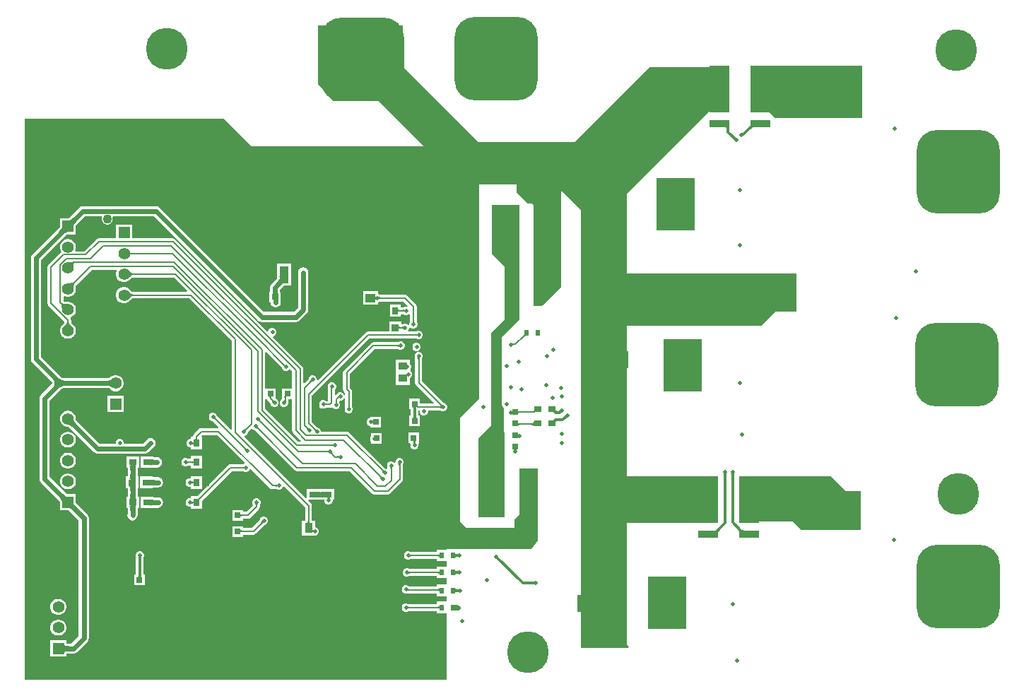
<source format=gbr>
%FSTAX23Y23*%
%MOIN*%
%SFA1B1*%

%IPPOS*%
%AMD100*
4,1,8,0.098400,0.196800,-0.098400,0.196800,-0.196800,0.098400,-0.196800,-0.098400,-0.098400,-0.196800,0.098400,-0.196800,0.196800,-0.098400,0.196800,0.098400,0.098400,0.196800,0.0*
1,1,0.196860,0.098400,0.098400*
1,1,0.196860,-0.098400,0.098400*
1,1,0.196860,-0.098400,-0.098400*
1,1,0.196860,0.098400,-0.098400*
%
%AMD101*
4,1,8,-0.196800,0.098400,-0.196800,-0.098400,-0.098400,-0.196800,0.098400,-0.196800,0.196800,-0.098400,0.196800,0.098400,0.098400,0.196800,-0.098400,0.196800,-0.196800,0.098400,0.0*
1,1,0.196860,-0.098400,0.098400*
1,1,0.196860,-0.098400,-0.098400*
1,1,0.196860,0.098400,-0.098400*
1,1,0.196860,0.098400,0.098400*
%
%ADD13C,0.023620*%
%ADD15C,0.007870*%
%ADD32R,0.025590X0.027560*%
%ADD33R,0.043310X0.080710*%
%ADD34R,0.035430X0.031500*%
%ADD39R,0.037650X0.047490*%
%ADD40R,0.041340X0.037400*%
%ADD42R,0.027560X0.025590*%
%ADD48R,0.029530X0.035430*%
%ADD54R,0.033660X0.035680*%
%ADD91R,0.055120X0.055120*%
%ADD92C,0.055120*%
%ADD93C,0.043310*%
%ADD98C,0.011810*%
%ADD99C,0.196850*%
G04~CAMADD=100~8~0.0~0.0~3937.0~3937.0~984.3~0.0~15~0.0~0.0~0.0~0.0~0~0.0~0.0~0.0~0.0~0~0.0~0.0~0.0~0.0~3937.0~3937.0*
%ADD100D100*%
G04~CAMADD=101~8~0.0~0.0~3937.0~3937.0~984.3~0.0~15~0.0~0.0~0.0~0.0~0~0.0~0.0~0.0~0.0~0~0.0~0.0~0.0~90.0~3936.0~3936.0*
%ADD101D101*%
%ADD102C,0.019680*%
%ADD103C,0.031500*%
%ADD104C,0.023620*%
%ADD105R,0.161420X0.078740*%
%ADD106R,0.096060X0.220470*%
%ADD107R,0.096060X0.035040*%
%ADD108R,0.045280X0.041340*%
%ADD109R,0.023620X0.031500*%
%ADD110R,0.027560X0.033470*%
%ADD111R,0.037520X0.212720*%
%LNpcb_copper_signal_bot-1*%
%LPD*%
G36*
X0634Y04105D02*
X0593D01*
X05905Y0413*
X05815*
Y0435*
X0634*
Y04105*
G37*
G36*
X05831Y04059D02*
X0583Y0406D01*
X05829Y0406*
X05828*
X05826Y0406*
X05825Y04059*
X05823Y04058*
X05821Y04057*
X05819Y04055*
X05814Y04051*
X05806Y04059*
X05808Y04062*
X05812Y04066*
X05813Y04068*
X05814Y0407*
X05815Y04071*
X05815Y04073*
Y04074*
X05815Y04075*
X05814Y04076*
X05831Y04059*
G37*
G36*
X05715Y04059D02*
X05715Y04059D01*
X05715Y04048*
X05703*
X05703Y0405*
X05703Y04052*
X05703Y04054*
X05702Y04055*
X05702Y04056*
X05701Y04057*
X057Y04058*
X05699Y04059*
X05698Y04059*
X05697Y04059*
X05715*
X05715Y04059*
G37*
G36*
X0579Y04027D02*
X0578Y0402D01*
X05777Y04033*
X05778Y04033*
X05778Y04033*
X05778Y04033*
X05779Y04033*
X05779Y04033*
X0578Y04034*
X0578Y04034*
X05782Y04035*
X05783Y04036*
X0579Y04027*
G37*
G36*
X05742Y04013D02*
X05745Y0401D01*
X05745Y0401*
X05746Y0401*
X05746Y0401*
X05746Y04009*
X05747Y04009*
X05737Y04*
X05737Y04*
X05737Y04*
X05737Y04001*
X05736Y04001*
X05736Y04002*
X05735Y04003*
X05734Y04004*
X05733Y04005*
X05741Y04013*
X05742Y04013*
G37*
G36*
X04175Y04345D02*
X0453Y0399D01*
X04985*
X0534Y04345*
X0571*
Y0414*
X05625*
X0523Y03745*
Y0337*
X0603*
Y0319*
X0593*
X05865Y03125*
X0523*
Y02415*
X05658*
X0566Y0241*
X0566Y0241*
Y02195*
X0523*
Y0162*
X0524Y0161*
X05235Y01605*
X05015*
Y02195*
Y02415*
Y0367*
X0492Y03765*
Y03305*
X04835Y0322*
X0479*
Y03695*
X04785Y037*
X04765*
X0471Y03755*
Y0379*
X04535*
Y0278*
X04445Y0269*
Y02575*
Y022*
X04475Y0217*
X047*
Y0221*
X04725Y02235*
Y0245*
X0481*
Y0221*
Y0212*
Y0211*
X0478Y0207*
X0438*
Y02067*
X04335*
Y02056*
X04212*
X04211Y02056*
X04203Y02059*
X04196*
X04188Y02056*
X04183Y02051*
X0418Y02043*
Y02036*
X04183Y02028*
X04188Y02023*
X04196Y0202*
X04203*
X04211Y02023*
X04212Y02023*
X04335*
Y02012*
X0438*
Y01987*
X04335*
Y01976*
X04207*
X04206Y01976*
X04198Y01979*
X04191*
X04183Y01976*
X04178Y01971*
X04175Y01963*
Y01956*
X04178Y01948*
X04183Y01943*
X04191Y0194*
X04198*
X04206Y01943*
X04207Y01943*
X04335*
Y01932*
X0438*
Y01902*
X04335*
Y01893*
X04204*
X04201Y01896*
X04193Y01899*
X04186*
X04178Y01896*
X04173Y01891*
X0417Y01883*
Y01876*
X04173Y01868*
X04178Y01863*
X04186Y0186*
X04193*
X04197Y01861*
X04335*
Y01847*
X0438*
Y01822*
X04335*
Y01811*
X04202*
X04201Y01811*
X04193Y01814*
X04186*
X04178Y01811*
X04173Y01806*
X0417Y01798*
Y01791*
X04173Y01783*
X04178Y01778*
X04186Y01775*
X04193*
X04201Y01778*
X04202Y01778*
X04335*
Y01767*
X0438*
Y01455*
X0239*
Y041*
X0333*
X0346Y0397*
X04275*
X0406Y04185*
X03845*
X03775Y04265*
Y0454*
X04175*
Y04345*
G37*
G36*
X0555Y03575D02*
X05375D01*
X05374Y03574*
X0537Y03576*
Y0382*
X0555*
Y03575*
G37*
G36*
X0469Y03042D02*
X04691Y03042D01*
X04692Y03042*
X04693Y03041*
X04694Y03041*
X04694Y03041*
X04695Y03041*
X04697Y03041*
X04698Y03041*
X047Y03033*
X04699Y03033*
X04698Y03033*
X04697Y03033*
X04697Y03032*
X04696Y03032*
X04695Y03032*
X04694Y03031*
X04694Y03031*
X04693Y0303*
X04693Y03029*
X0469Y03043*
X0469Y03042*
G37*
G36*
X05585Y02815D02*
X0541D01*
X05409Y02814*
X05405Y02816*
Y0306*
X05585*
Y02815*
G37*
G36*
X04793Y02714D02*
X04793Y02714D01*
X04793Y02713*
X04793Y02713*
X04792Y02713*
X04791Y02713*
X04791Y02712*
X0479Y02712*
X04787Y02712*
X04786Y02712*
Y0272*
X04787Y0272*
X04788Y0272*
X0479Y0272*
X04791Y02721*
X04792Y02721*
X04792Y02721*
X04793Y02722*
X04793Y02723*
X04793Y02723*
X04794Y02724*
X04793Y02714*
G37*
G36*
X04896Y02725D02*
X04896Y02724D01*
X04897Y02724*
X04897Y02723*
X04898Y02722*
X049Y02722*
X04901Y02721*
X04903Y02721*
X04905Y02721*
X04907Y02721*
Y02709*
X04896Y02714*
X04895Y02727*
X04896Y02725*
G37*
G36*
X04718Y02723D02*
X04718Y02723D01*
X04719Y02722*
X04719Y02721*
X0472Y02721*
X04721Y02721*
X04722Y0272*
X04723Y0272*
X04725Y0272*
X04726Y0272*
Y02712*
X04725Y02712*
X04723Y02712*
X04722Y02712*
X04721Y02712*
X0472Y02711*
X04719Y02711*
X04719Y0271*
X04718Y0271*
X04718Y02709*
X04718Y02708*
Y02724*
X04718Y02723*
G37*
G36*
X04949Y0269D02*
X04949Y0269D01*
X04949Y0269*
X04948Y02689*
X04948Y02689*
X04947Y02689*
X04946Y02688*
X04945Y02686*
X04944Y02686*
X04936Y02694*
X04936Y02695*
X04939Y02697*
X04939Y02698*
X04939Y02698*
X0494Y02699*
X0494Y02699*
X0494Y02699*
X04949Y0269*
G37*
G36*
X04907Y02673D02*
X04905Y02673D01*
X04903Y02673*
X04901Y02673*
X049Y02672*
X04898Y02672*
X04897Y02671*
X04897Y0267*
X04896Y0267*
X04896Y02669*
X04895Y02667*
X04896Y0268*
X04907Y02685*
Y02673*
G37*
G36*
X04794Y02652D02*
X04793Y02652D01*
X04793Y02653*
X04793Y02654*
X04792Y02654*
X04792Y02655*
X04791Y02655*
X0479Y02655*
X04788Y02655*
X04787Y02655*
Y02653*
X04787Y02653*
X04786Y02654*
X04786Y02654*
X04785Y02655*
X04784Y02655*
X04783Y02655*
X04782Y02655*
X04781Y02655*
X04781Y02656*
X0478Y02656*
Y02663*
X04781Y02663*
X04781Y02664*
X04782Y02664*
X04783Y02664*
X04784Y02664*
X04785Y02665*
X04786Y02665*
X04786Y02665*
X04787Y02666*
X04787Y02666*
Y02664*
X04788Y02664*
X0479Y02664*
X04791Y02664*
X04792Y02664*
X04792Y02665*
X04793Y02665*
X04793Y02666*
X04793Y02667*
X04794Y02667*
Y02652*
G37*
G36*
X04718Y02667D02*
X04718Y02666D01*
X04719Y02665*
X04719Y02665*
X0472Y02664*
X04721Y02664*
X04722Y02664*
X04723Y02664*
X04725Y02663*
X04726Y02663*
Y02656*
X04725Y02656*
X04723Y02655*
X04722Y02655*
X04721Y02655*
X0472Y02655*
X04719Y02654*
X04719Y02654*
X04718Y02653*
X04718Y02652*
X04718Y02652*
Y02667*
X04718Y02667*
G37*
G36*
X04718Y0261D02*
X04718Y0261D01*
X04719Y0261*
X04719Y02609*
X0472Y02609*
X0472Y02609*
X04721Y02609*
X04722Y02609*
X04723Y02608*
X04725Y02608*
Y02601*
X04723Y02601*
X04721Y026*
X0472Y026*
X0472Y026*
X04719Y026*
X04719Y02599*
X04718Y02599*
X04718Y02599*
X04718Y02598*
Y02611*
X04718Y0261*
G37*
G36*
X04717Y02598D02*
X04717Y02598D01*
X04716Y02599*
X04716Y02599*
X04715Y026*
X04714Y026*
X04713Y026*
X04712Y026*
X04711Y026*
X04711Y02601*
X0471Y02601*
Y02608*
X04711Y02608*
X04711Y02609*
X04712Y02609*
X04713Y02609*
X04714Y02609*
X04715Y0261*
X04716Y0261*
X04716Y0261*
X04717Y02611*
X04717Y02611*
Y02598*
G37*
G36*
X04708Y02543D02*
X04709Y02543D01*
X04709Y02542*
X04709Y02541*
X04709Y0254*
X04712*
X04712Y0254*
X04711Y0254*
X0471Y0254*
X0471Y02539*
X0471Y02539*
X0471Y02538*
X0471Y02538*
X04711Y02537*
X04711Y02537*
X04709*
X04709Y02536*
X04709Y02535*
X04708Y02534*
X04708Y02532*
X04701*
X04701Y02534*
X047Y02535*
X047Y02536*
X047Y02537*
X04698*
X04698Y02537*
X04699Y02538*
X04699Y02538*
X04699Y02539*
X04699Y02539*
X04699Y0254*
X04698Y0254*
X04697Y0254*
X04697Y0254*
X047*
X047Y02541*
X047Y02542*
X047Y02543*
X04701Y02543*
X04701Y02544*
X04708*
X04708Y02543*
G37*
G36*
X05736Y02427D02*
X05736Y02427D01*
X05736Y02426*
X05736Y02426*
X05736Y02425*
X05736Y02424*
X05735Y02422*
X05735Y02421*
X05724*
X05724Y02422*
X05723Y02425*
X05723Y02426*
X05723Y02426*
X05723Y02427*
X05723Y02427*
X05723Y02427*
X05736*
X05736Y02427*
G37*
G36*
X05701D02*
X05701Y02427D01*
X05701Y02426*
X057Y02426*
X057Y02425*
X057Y02424*
X057Y02422*
X057Y02421*
X05688*
X05688Y02422*
X05688Y02425*
X05688Y02426*
X05688Y02426*
X05688Y02427*
X05687Y02427*
X05687Y02427*
X05701*
X05701Y02427*
G37*
G36*
X04725Y03155D02*
X0464Y0307D01*
Y02795*
Y0275*
X0465Y02735*
Y02625*
X04655Y0262*
Y0253*
Y0222*
X0453*
Y02595*
X0457Y02635*
X0459Y02655*
Y0309*
X04655Y03155*
Y03405*
X04595Y03465*
Y03695*
X04725*
Y03155*
G37*
G36*
X06265Y02345D02*
X06335D01*
Y0216*
X06055*
X06015Y022*
X05775*
X05774Y02199*
X0577Y02201*
Y02415*
X06195*
X06265Y02345*
G37*
G36*
X0567Y02159D02*
X05668Y02156D01*
X05664Y02152*
X05663Y0215*
X05662Y02148*
X05661Y02147*
X05661Y02145*
X05661Y02144*
X05661Y02143*
X05662Y02142*
X05645Y02159*
X05646Y02158*
X05647Y02158*
X05648Y02158*
X0565Y02158*
X05651Y02159*
X05653Y0216*
X05655Y02161*
X05657Y02163*
X05662Y02167*
X0567Y02159*
G37*
G36*
X05765Y02168D02*
X05773Y02162D01*
X05775Y0216*
X05777Y02159*
X05779Y02158*
X05781Y02158*
X05782Y02158*
X05783Y02159*
X05761Y02147*
X05762Y02148*
X05763Y02149*
X05763Y0215*
X05763Y02151*
X05762Y02153*
X05761Y02155*
X05759Y02157*
X05758Y02159*
X05753Y02164*
X05762Y02171*
X05765Y02168*
G37*
G36*
X04422Y0205D02*
X04422Y02049D01*
X04423Y02048*
X04424Y02048*
X04425Y02047*
X04426Y02046*
X04428Y02046*
X04429Y02046*
X0443Y02046*
X0443Y02046*
X04431Y02046*
X04431Y02046*
X04432Y02046*
X04432Y02046*
X04432Y02046*
Y02045*
X04434Y02045*
Y02034*
X04432Y02034*
Y02033*
X04432Y02033*
X04432Y02033*
X04431Y02033*
X04431Y02033*
X0443Y02033*
X0443Y02033*
X04429Y02033*
X04428Y02033*
X04426Y02033*
X04425Y02032*
X04424Y02031*
X04423Y02031*
X04422Y0203*
X04422Y02029*
X04422Y02028*
Y02051*
X04422Y0205*
G37*
G36*
X04207Y02046D02*
X04208Y02045D01*
X04208Y02045*
X04209Y02045*
X0421Y02044*
X04211Y02044*
X04212Y02044*
X04213Y02044*
X04213Y02043*
X04214Y02043*
Y02036*
X04213Y02036*
X04213Y02035*
X04212Y02035*
X04211Y02035*
X0421Y02035*
X04209Y02035*
X04208Y02034*
X04208Y02034*
X04207Y02033*
X04207Y02033*
Y02046*
X04207Y02046*
G37*
G36*
X04347Y02032D02*
X04347Y02032D01*
X04347Y02033*
X04347Y02034*
X04346Y02034*
X04345Y02035*
X04344Y02035*
X04343Y02035*
X04342Y02035*
X04341Y02036*
X04339Y02036*
Y02043*
X04341Y02043*
X04342Y02044*
X04343Y02044*
X04344Y02044*
X04345Y02044*
X04346Y02045*
X04347Y02045*
X04347Y02046*
X04347Y02047*
X04347Y02047*
Y02032*
G37*
G36*
X04624Y02034D02*
X04625Y02034D01*
X04625Y02033*
X04625Y02033*
X04625Y02032*
X04626Y02031*
X04628Y0203*
X04628Y02029*
X0462Y02021*
X04619Y02021*
X04617Y02024*
X04616Y02024*
X04616Y02024*
X04615Y02025*
X04615Y02025*
X04615Y02025*
X04624Y02034*
X04624Y02034*
G37*
G36*
X04422Y0197D02*
X04422Y01969D01*
X04423Y01968*
X04424Y01968*
X04425Y01967*
X04426Y01966*
X04428Y01966*
X04429Y01966*
X0443Y01966*
X0443Y01966*
X04431Y01966*
X04431Y01966*
X04432Y01966*
X04432Y01966*
X04432Y01966*
Y01965*
X04434Y01965*
Y01954*
X04432Y01954*
Y01953*
X04432Y01953*
X04432Y01953*
X04431Y01953*
X04431Y01953*
X0443Y01953*
X0443Y01953*
X04429Y01953*
X04428Y01953*
X04426Y01953*
X04425Y01952*
X04424Y01951*
X04423Y01951*
X04422Y0195*
X04422Y01949*
X04422Y01948*
Y01971*
X04422Y0197*
G37*
G36*
X04202Y01966D02*
X04203Y01965D01*
X04203Y01965*
X04204Y01965*
X04205Y01964*
X04206Y01964*
X04207Y01964*
X04208Y01964*
X04208Y01963*
X04209Y01963*
Y01956*
X04208Y01956*
X04208Y01955*
X04207Y01955*
X04206Y01955*
X04205Y01955*
X04204Y01955*
X04203Y01954*
X04203Y01954*
X04202Y01953*
X04202Y01953*
Y01966*
X04202Y01966*
G37*
G36*
X04347Y01952D02*
X04347Y01952D01*
X04347Y01953*
X04347Y01954*
X04346Y01954*
X04345Y01955*
X04344Y01955*
X04343Y01955*
X04342Y01955*
X04341Y01956*
X04339Y01956*
Y01963*
X04341Y01963*
X04342Y01964*
X04343Y01964*
X04344Y01964*
X04345Y01964*
X04346Y01965*
X04347Y01965*
X04347Y01966*
X04347Y01967*
X04347Y01967*
Y01952*
G37*
G36*
X04792Y01903D02*
X04792Y01903D01*
X04792Y01903*
X04791Y01903*
X04791Y01903*
X0479Y01903*
X04789Y01904*
X04787Y01904*
X04786*
Y01915*
X04787Y01915*
X0479Y01916*
X04791Y01916*
X04791Y01916*
X04792Y01916*
X04792Y01916*
X04792Y01916*
Y01903*
G37*
G36*
X04198Y01884D02*
X04199Y01883D01*
X04199Y01883*
X042Y01882*
X04201Y01882*
X04201Y01882*
X04202Y01882*
X04203Y01881*
X04204Y01881*
X04205Y01881*
X04203Y01873*
X04202Y01873*
X042Y01873*
X04199Y01873*
X04199Y01873*
X04198Y01873*
X04197Y01872*
X04196Y01872*
X04195Y01872*
X04195Y01871*
X04198Y01885*
X04198Y01884*
G37*
G36*
X04347Y01869D02*
X04347Y0187D01*
X04347Y01871*
X04347Y01871*
X04346Y01872*
X04345Y01872*
X04344Y01873*
X04343Y01873*
X04342Y01873*
X04341Y01873*
X04339Y01873*
Y01881*
X04341Y01881*
X04342Y01881*
X04343Y01882*
X04344Y01882*
X04345Y01882*
X04346Y01883*
X04347Y01883*
X04347Y01884*
X04347Y01884*
X04347Y01885*
Y01869*
G37*
G36*
X04422Y01885D02*
X04422Y01884D01*
X04423Y01883*
X04424Y01883*
X04425Y01882*
X04426Y01881*
X04428Y01881*
X04429Y01881*
X04431Y0188*
X04432Y0188*
X04435Y01881*
X04436Y01881*
X04436Y01881*
X04437Y01881*
X04437Y01881*
X04437Y01881*
Y01868*
X04437Y01868*
X04437Y01868*
X04436Y01868*
X04436Y01868*
X04435Y01868*
X04434Y01869*
X04432Y01869*
X04431Y01869*
X04429Y01868*
X04428Y01868*
X04426Y01868*
X04425Y01867*
X04424Y01866*
X04423Y01866*
X04422Y01865*
X04422Y01864*
X04422Y01863*
Y01886*
X04422Y01885*
G37*
G36*
X04197Y01801D02*
X04198Y018D01*
X04198Y018*
X04199Y018*
X042Y01799*
X04201Y01799*
X04202Y01799*
X04203Y01799*
X04203Y01798*
X04204Y01798*
Y01791*
X04203Y01791*
X04203Y0179*
X04202Y0179*
X04201Y0179*
X042Y0179*
X04199Y0179*
X04198Y01789*
X04198Y01789*
X04197Y01788*
X04197Y01788*
Y01801*
X04197Y01801*
G37*
G36*
X04347Y01787D02*
X04347Y01787D01*
X04347Y01788*
X04347Y01789*
X04346Y01789*
X04345Y0179*
X04344Y0179*
X04343Y0179*
X04342Y0179*
X04341Y01791*
X04339Y01791*
Y01798*
X04341Y01798*
X04342Y01799*
X04343Y01799*
X04344Y01799*
X04345Y01799*
X04346Y018*
X04347Y018*
X04347Y01801*
X04347Y01802*
X04347Y01802*
Y01787*
G37*
G36*
X04422Y01807D02*
X04422Y01807D01*
X04423Y01807*
X04424Y01807*
X04426Y01806*
X04435Y01806*
Y01783*
X04432Y01783*
X04422Y01782*
X04422Y01782*
X04422Y01782*
Y01807*
X04422Y01807*
G37*
G36*
X0551Y01695D02*
X05335D01*
X05334Y01694*
X0533Y01696*
Y0194*
X0551*
Y01695*
G37*
%LNpcb_copper_signal_bot-2*%
%LPC*%
G36*
X02897Y03601D02*
X02822D01*
Y03536*
X0274*
X02733Y03534*
X02728Y03531*
X02672Y03475*
X02632*
X02629Y03479*
X0263Y0348*
X02632Y03489*
Y03499*
X0263Y03509*
X02625Y03517*
X02618Y03524*
X02609Y03529*
X02599Y03532*
X0259*
X0258Y03529*
X02571Y03524*
X02564Y03517*
X0256Y03509*
X02557Y03499*
Y03489*
X0256Y0348*
X02564Y03471*
X02562Y0347*
X02503Y03411*
X025Y03406*
X02498Y034*
Y03229*
X025Y03222*
X02503Y03217*
X02578Y03142*
Y0314*
X02578Y03139*
X02577Y03137*
X02575Y03135*
X02571Y0313*
X02568Y03127*
X02567Y03126*
X02564Y03123*
X0256Y03115*
X02557Y03105*
Y03095*
X0256Y03086*
X02564Y03077*
X02571Y0307*
X0258Y03065*
X0259Y03063*
X02599*
X02609Y03065*
X02618Y0307*
X02625Y03077*
X0263Y03086*
X02632Y03095*
Y03105*
X0263Y03115*
X02625Y03123*
X02622Y03126*
X02621Y03127*
X02618Y0313*
X02614Y03135*
X02612Y03137*
X02611Y03139*
X02611Y0314*
Y03149*
X02609Y03155*
X02607Y03158*
X02609Y03163*
X02609Y03164*
X02609Y03164*
X02618Y03169*
X02625Y03176*
X0263Y03184*
X02632Y03194*
Y03204*
X0263Y03213*
X02625Y03222*
X02618Y03229*
X02609Y03234*
X02599Y03236*
X02595*
X02594Y03236*
X0259Y03237*
X02584Y03237*
X02581Y03237*
X02579Y03238*
X02578Y03238*
X02575Y03241*
Y0326*
X02579Y03262*
X0258Y03262*
X0259Y0326*
X02599*
X02609Y03262*
X02618Y03267*
X02625Y03274*
X0263Y03283*
X02632Y03292*
Y03296*
X02632Y03297*
X02632Y03301*
X02633Y03308*
X02633Y03311*
X02633Y03313*
X02634Y03314*
X02708Y03388*
X02824*
X02826Y03384*
X02825Y03381*
X02822Y03372*
Y03362*
X02825Y03352*
X02829Y03344*
X02836Y03337*
X02845Y03332*
X02855Y03329*
X02864*
X02874Y03332*
X02883Y03337*
X02886Y0334*
X02886Y0334*
X02889Y03343*
X02894Y03348*
X02896Y03349*
X02898Y0335*
X02899Y03351*
X03095*
X03157Y03289*
X03155Y03285*
X02899*
X02898Y03285*
X02896Y03286*
X02894Y03288*
X02889Y03292*
X02886Y03295*
X02886Y03296*
X02883Y03299*
X02874Y03303*
X02864Y03306*
X02855*
X02845Y03303*
X02836Y03299*
X02829Y03292*
X02825Y03283*
X02822Y03273*
Y03264*
X02825Y03254*
X02829Y03245*
X02836Y03238*
X02845Y03233*
X02855Y03231*
X02864*
X02874Y03233*
X02883Y03238*
X02886Y03241*
X02886Y03242*
X02889Y03245*
X02894Y03249*
X02896Y03251*
X02898Y03252*
X02899Y03252*
X03169*
X03368Y03053*
Y02635*
X03364Y02633*
X03299Y02697*
Y02698*
X03296Y02706*
X03291Y02711*
X03283Y02714*
X03276*
X03268Y02711*
X03263Y02706*
X0326Y02698*
Y02691*
X03263Y02683*
X03268Y02678*
X03276Y02675*
X03277*
X03306Y02645*
X03305Y02643*
X03304Y02641*
X03225*
X03218Y02639*
X03213Y02636*
X0319Y02612*
X03186Y02607*
X03185Y02601*
X03181Y02599*
X03174*
Y02589*
X03171*
X03163Y02586*
X03158Y02581*
X03155Y02573*
Y02566*
X03158Y02558*
X03163Y02553*
X03171Y0255*
X03174*
Y0254*
X03227*
Y02599*
X03226Y02603*
X03231Y02608*
X03298*
X03428Y02479*
X03427Y02473*
X03423Y02471*
X03423Y02471*
X03363*
X03357Y02469*
X03352Y02466*
X03205Y02319*
X03174*
Y0231*
X03173Y02309*
X03166*
X03158Y02306*
X03153Y02301*
X0315Y02293*
Y02286*
X03153Y02278*
X03158Y02273*
X03166Y0227*
X03173*
X03174Y02269*
Y0226*
X03227*
Y02296*
X0337Y02438*
X03423*
X03423Y02438*
X03431Y02435*
X03438*
X03446Y02438*
X03451Y02443*
X03453Y02447*
X03459Y02448*
X03548Y02358*
X03553Y02355*
X0356Y02353*
X03578*
X03578Y02353*
X03586Y0235*
X03593*
X03601Y02353*
X03606Y02358*
X03609Y02365*
X03614Y02367*
X03714Y02268*
Y02205*
X03699*
Y02134*
X0376*
Y02135*
X03763*
X03771Y02138*
X03776Y02143*
X03779Y02151*
Y02158*
X03776Y02166*
X03771Y02171*
X03763Y02174*
X0376*
Y02205*
X03746*
Y02274*
X03745Y0228*
X03741Y02286*
X03728Y02299*
X0373Y02303*
X03773*
Y02304*
X03799*
Y02303*
X03805*
Y02296*
X03808Y02288*
X03813Y02283*
X03821Y0228*
X03828*
X03836Y02283*
X03841Y02288*
X03844Y02296*
Y02303*
X0385*
Y02353*
X03799*
Y02352*
X03773*
Y02353*
X03722*
Y02311*
X03717Y02309*
X03427Y026*
X03429Y02605*
X03436Y02608*
X03441Y02613*
X03444Y02621*
Y02622*
X03459Y02636*
X03465Y02636*
X03468Y02633*
X03476Y0263*
X03477*
X03663Y02443*
X03668Y0244*
X03675Y02438*
X03923*
X04028Y02333*
X04033Y0233*
X0404Y02328*
X04105*
X04111Y0233*
X04116Y02333*
X04171Y02388*
X04174Y02393*
X04176Y024*
Y02467*
X04176Y02468*
X04179Y02476*
Y02483*
X04176Y02491*
X04171Y02496*
X04163Y02499*
X04156*
X04148Y02496*
X04143Y02491*
X0414Y02483*
Y02479*
X04135Y02477*
X04131Y02481*
X04123Y02484*
X04116*
X04108Y02481*
X04103Y02476*
X041Y02468*
Y02461*
X04103Y02453*
X04102Y02451*
X04096Y02448*
X04093Y02449*
X04092*
X03924Y02618*
X03918Y02622*
X03912Y02623*
X03789*
Y02628*
X03786Y02636*
X03781Y02641*
X03773Y02644*
X03772*
X03746Y02671*
Y02793*
X04016Y03063*
X04238*
X04238Y03063*
X04246Y0306*
X04253*
X04261Y03063*
X04266Y03068*
X04269Y03076*
Y03083*
X04266Y03091*
X04261Y03096*
X04253Y03099*
X04246*
X04238Y03096*
X04238Y03096*
X04201*
X04199Y03101*
X04201Y03103*
X04204Y03111*
Y03115*
X04209Y03117*
X04213Y03113*
X04221Y0311*
X04228*
X04236Y03113*
X04241Y03118*
X04244Y03126*
Y03133*
X04241Y03141*
X04241Y03142*
Y03215*
X04239Y03221*
X04236Y03226*
X04196Y03266*
X04191Y03269*
X04185Y03271*
X04067*
X04066Y03271*
X04058Y03274*
X04057*
Y03287*
X03989*
Y03222*
X04057*
Y03235*
X04058*
X04066Y03238*
X04067Y03238*
X04178*
X04199Y03218*
X04196Y03213*
X04193Y03214*
X04186*
X04178Y03211*
X04178Y03211*
X04165*
Y03223*
X04114*
Y03166*
X04165*
Y03178*
X04178*
X04178Y03178*
X04186Y03175*
X04193*
X04201Y03178*
X04203Y0318*
X04208Y03178*
Y03142*
X04208Y03141*
X04205Y03133*
Y03129*
X042Y03127*
X04196Y03131*
X04188Y03134*
X04181*
X04173Y03131*
X04173Y03131*
X04168Y03131*
Y03144*
X0411*
Y03096*
X0401*
X04003Y03094*
X03998Y03091*
X03774Y02867*
X03769Y02869*
Y02873*
X03766Y02881*
X03761Y02886*
X03753Y02889*
X03746*
X03738Y02886*
X03733Y02881*
X0373Y02873*
Y02872*
X0371Y02853*
X03706Y02855*
Y0292*
X03704Y02926*
X03701Y02931*
X03562Y0307*
X03564Y03075*
X03571Y03078*
X03576Y03083*
X03579Y03091*
Y03098*
X03576Y03106*
X03571Y03111*
X03563Y03114*
X03556*
X03548Y03111*
X03543Y03106*
X0354Y03099*
X03535Y03097*
X03101Y03531*
X03096Y03534*
X0309Y03536*
X02897*
Y03601*
G37*
G36*
X03648Y03417D02*
X03581D01*
Y03346*
X03555Y0332*
X0355Y03313*
X03548Y03303*
Y03285*
X03546*
Y03234*
X03551*
X03552Y03225*
X03557Y03217*
X03565Y03212*
X03575Y0321*
X03584Y03212*
X03592Y03217*
X03597Y03225*
X03599Y03235*
Y03272*
X03597Y03281*
X03596Y03282*
Y03293*
X03615Y03312*
X03648*
Y03417*
G37*
G36*
X0301Y03688D02*
X02666D01*
X02657Y03686*
X02649Y03681*
X02598Y0363*
X02557*
Y03599*
X02557Y03598*
X02557Y03598*
Y03589*
X02427Y03459*
X02422Y03452*
X0242Y03442*
Y02966*
X02422Y02957*
X02427Y02949*
X02522Y02854*
X02522Y02854*
X02523Y02853*
X02522Y02852*
X02522Y02852*
X02467Y02797*
X02462Y02789*
X0246Y0278*
Y02401*
X02462Y02392*
X02467Y02384*
X02557Y02295*
Y02254*
X02588*
X02589Y02253*
X02589Y02254*
X02598*
X02645Y02206*
Y01659*
X02611Y01625*
X02587*
Y01639*
X02512*
Y01564*
X02587*
Y01577*
X02621*
X0263Y01579*
X02638Y01584*
X02687Y01632*
X02692Y0164*
X02694Y0165*
Y02216*
X02692Y02225*
X02687Y02233*
X02632Y02288*
Y02297*
X02632Y02297*
X02632Y02297*
Y02329*
X02591*
X02509Y02411*
Y0277*
X02565Y02826*
X02565Y02826*
X02568Y02828*
X02572Y02829*
X02572Y02829*
X02789*
X0279Y02829*
X02791Y02828*
X02792Y02827*
X02793Y02826*
X02794Y02826*
X02796Y02823*
X02805Y02818*
X02815Y02815*
X02824*
X02834Y02818*
X02843Y02823*
X0285Y0283*
X02855Y02838*
X02857Y02848*
Y02858*
X02855Y02867*
X0285Y02876*
X02843Y02883*
X02834Y02888*
X02824Y0289*
X02815*
X02805Y02888*
X02796Y02883*
X02794Y0288*
X02793Y0288*
X02792Y02879*
X02791Y02878*
X0279Y02877*
X02789Y02877*
X02572*
X02572Y02877*
X02568Y02878*
X02565Y0288*
X02565Y0288*
X02469Y02976*
Y03432*
X02591Y03555*
X026*
X026Y03555*
X02601Y03555*
X02632*
Y03596*
X02676Y0364*
X02754*
X02756Y03635*
X02755Y0363*
Y03623*
X02757Y03617*
X0276Y03611*
X02765Y03606*
X02771Y03603*
X02777Y03601*
X02784*
X02791Y03603*
X02796Y03606*
X02801Y03611*
X02805Y03617*
X02806Y03623*
Y0363*
X02805Y03635*
X02808Y0364*
X03*
X03492Y03147*
X035Y03142*
X0351Y0314*
X0367*
X03679Y03142*
X03687Y03147*
X03722Y03182*
X03727Y0319*
X03729Y032*
Y03375*
X03727Y03384*
X03722Y03392*
X03714Y03397*
X03705Y03399*
X03695Y03397*
X03687Y03392*
X03682Y03384*
X0368Y03375*
Y03209*
X0366Y03189*
X03519*
X03027Y03681*
X03019Y03686*
X0301Y03688*
G37*
G36*
X04168Y03049D02*
X04161D01*
X04153Y03046*
X04153Y03046*
X04036*
X0403Y03044*
X04025Y03041*
X03898Y02914*
X03895Y02909*
X03893Y02903*
Y02823*
X03895Y02817*
X03898Y02811*
X03903Y02806*
Y02797*
X03898Y02796*
X03896Y02801*
X03891Y02806*
X03883Y02809*
X03876*
X03868Y02806*
X03863Y02801*
X03861Y02797*
X0386Y02796*
X03855Y02798*
Y02823*
X03857Y02826*
X0386Y02833*
Y02841*
X03857Y02848*
X03851Y02854*
X03844Y02857*
X03836*
X03829Y02854*
X03823Y02848*
X0382Y02841*
Y02833*
X03823Y02827*
Y02768*
X03812*
X03811Y02769*
X03803Y02772*
X03796*
X03788Y02769*
X03783Y02763*
X0378Y02756*
Y02748*
X03783Y02741*
X03788Y02735*
X03796Y02732*
X03803*
X03811Y02735*
X03812Y02736*
X03831*
X03837Y02737*
X0384Y02739*
X03843Y02738*
X03848Y02733*
X03856Y0273*
X03863*
X03871Y02733*
X03876Y02738*
X03879Y02746*
Y02753*
X03876Y02761*
X03876Y02762*
Y02767*
X03877Y02768*
X03879Y0277*
X03883*
X03891Y02773*
X03896Y02778*
X03898Y02783*
X03903Y02782*
Y02742*
X03903Y02741*
X039Y02733*
Y02726*
X03903Y02718*
X03908Y02713*
X03916Y0271*
X03923*
X03931Y02713*
X03936Y02718*
X03939Y02726*
Y02733*
X03936Y02741*
X03936Y02742*
Y02813*
X03934Y02819*
X03931Y02824*
X03926Y02829*
Y02896*
X04043Y03013*
X04153*
X04153Y03013*
X04161Y0301*
X04168*
X04176Y03013*
X04181Y03018*
X04184Y03026*
Y03033*
X04181Y03041*
X04176Y03046*
X04168Y03049*
G37*
G36*
X04243Y03044D02*
X04236D01*
X04228Y03041*
X04223Y03036*
X0422Y03028*
Y03021*
X04223Y03013*
X04228Y03008*
X04236Y03005*
X04243*
X04251Y03008*
X04256Y03013*
X04259Y03021*
Y03028*
X04256Y03036*
X04251Y03041*
X04243Y03044*
G37*
G36*
X04207Y02964D02*
X04142D01*
Y02903*
Y02845*
X04207*
Y02876*
X04211Y02878*
X04216Y02883*
X04219Y02891*
Y02899*
X04216Y02906*
X04211Y02911*
X0421Y02917*
X04211Y02918*
X04214Y02926*
Y02933*
X04211Y02941*
X04207Y02945*
Y02964*
G37*
G36*
X04253Y02999D02*
X04246D01*
X04238Y02996*
X04233Y02991*
X0423Y02983*
Y02976*
X04233Y02968*
X04233Y02967*
Y02855*
X04235Y02848*
X04238Y02843*
X04321Y0276*
X04319Y02756*
X04256*
Y0278*
X04206*
Y02729*
X04213*
Y027*
X04206*
Y02649*
X04256*
Y027*
X04249*
Y02723*
X04255*
Y02716*
X04258Y02708*
X04263Y02703*
X04271Y027*
X04278*
X04286Y02703*
X04291Y02708*
X04294Y02716*
Y02723*
X04352*
X04353Y02723*
X04361Y0272*
X04368*
X04375Y02722*
X04376Y02723*
X04381Y02728*
X04384Y02736*
Y02743*
X04381Y02751*
X04376Y02756*
X04375Y02757*
X04368Y02759*
X04367*
X04266Y02861*
Y02967*
X04266Y02968*
X04269Y02976*
Y02983*
X04266Y02991*
X04261Y02996*
X04253Y02999*
G37*
G36*
X02857Y02792D02*
X02782D01*
Y02717*
X02857*
Y02792*
G37*
G36*
X04073Y02695D02*
X04023D01*
Y02689*
X04021*
X04013Y02686*
X04008Y02681*
X04005Y02673*
Y02666*
X04008Y02658*
X04013Y02653*
X04021Y0265*
X04023*
Y02644*
X04073*
Y02695*
G37*
G36*
X04074Y02618D02*
X04025D01*
Y02603*
X04023Y02601*
X0402Y02593*
Y02586*
X04023Y02578*
X04025Y02576*
Y02567*
X04074*
Y02618*
G37*
G36*
X02599Y02624D02*
X0259D01*
X0258Y02621*
X02571Y02616*
X02564Y02609*
X0256Y02601*
X02557Y02591*
Y02581*
X0256Y02572*
X02564Y02563*
X02571Y02556*
X0258Y02551*
X0259Y02549*
X02599*
X02609Y02551*
X02618Y02556*
X02625Y02563*
X0263Y02572*
X02632Y02581*
Y02591*
X0263Y02601*
X02625Y02609*
X02618Y02616*
X02609Y02621*
X02599Y02624*
G37*
G36*
X04251Y0262D02*
X04201D01*
Y02569*
X04207*
X0421Y02565*
X0421Y02563*
Y02556*
X04213Y02548*
X04218Y02543*
X04226Y0254*
X04233*
X04241Y02543*
X04246Y02548*
X04249Y02556*
Y02563*
X04248Y02566*
X04251Y02569*
Y0262*
G37*
G36*
X02599Y02722D02*
X0259D01*
X0258Y0272*
X02571Y02715*
X02564Y02708*
X0256Y02699*
X02557Y0269*
Y0268*
X0256Y0267*
X02564Y02662*
X02571Y02655*
X0258Y0265*
X0259Y02647*
X02594*
X02594Y02647*
X02596Y02647*
X02597Y02647*
X02598Y02647*
X02599Y02646*
X02718Y02527*
X02726Y02522*
X02735Y0252*
X02959*
X02968Y02522*
X02976Y02527*
X03002Y02552*
X03007Y0256*
X03009Y0257*
X03007Y02579*
X03002Y02587*
X02994Y02592*
X02985Y02594*
X02975Y02592*
X02967Y02587*
X02949Y02568*
X02859*
Y02573*
X02856Y02581*
X02851Y02586*
X02843Y02589*
X02836*
X02828Y02586*
X02823Y02581*
X0282Y02573*
Y02568*
X02745*
X02633Y0268*
X02633Y02681*
X02632Y02682*
X02632Y02683*
X02632Y02685*
X02632Y02686*
Y0269*
X0263Y02699*
X02625Y02708*
X02618Y02715*
X02609Y0272*
X02599Y02722*
G37*
G36*
X03227Y02509D02*
X03174D01*
Y02496*
X03162*
X03161Y02496*
X03153Y02499*
X03146*
X03138Y02496*
X03133Y02491*
X0313Y02483*
Y02476*
X03133Y02468*
X03138Y02463*
X03146Y0246*
X03153*
X03161Y02463*
X03162Y02463*
X03174*
Y0245*
X03227*
Y02509*
G37*
G36*
X02997Y02507D02*
X02938D01*
Y02452*
X02997*
Y02455*
X03015*
X03024Y02457*
X03032Y02462*
X03037Y0247*
X03039Y0248*
X03037Y02489*
X03032Y02497*
X03024Y02502*
X03015Y02504*
X02997*
Y02507*
G37*
G36*
X02599Y02525D02*
X0259D01*
X0258Y02523*
X02571Y02518*
X02564Y02511*
X0256Y02502*
X02557Y02493*
Y02483*
X0256Y02473*
X02564Y02465*
X02571Y02458*
X0258Y02453*
X0259Y0245*
X02599*
X02609Y02453*
X02618Y02458*
X02625Y02465*
X0263Y02473*
X02632Y02483*
Y02493*
X0263Y02502*
X02625Y02511*
X02618Y02518*
X02609Y02523*
X02599Y02525*
G37*
G36*
X02994Y02412D02*
X02935D01*
Y02357*
X02994*
Y0236*
X0302*
X03029Y02362*
X03037Y02367*
X03042Y02375*
X03044Y02385*
X03042Y02394*
X03037Y02402*
X03029Y02407*
X0302Y02409*
X02994*
Y02412*
G37*
G36*
X03227Y02414D02*
X03174D01*
Y02405*
X03173Y02404*
X03166*
X03158Y02401*
X03153Y02396*
X0315Y02388*
Y02381*
X03153Y02373*
X03158Y02368*
X03166Y02365*
X03173*
X03174Y02364*
Y02355*
X03227*
Y02414*
G37*
G36*
X02599Y02427D02*
X0259D01*
X0258Y02425*
X02571Y0242*
X02564Y02413*
X0256Y02404*
X02557Y02394*
Y02385*
X0256Y02375*
X02564Y02366*
X02571Y02359*
X0258Y02355*
X0259Y02352*
X02599*
X02609Y02355*
X02618Y02359*
X02625Y02366*
X0263Y02375*
X02632Y02385*
Y02394*
X0263Y02404*
X02625Y02413*
X02618Y0242*
X02609Y02425*
X02599Y02427*
G37*
G36*
X02997Y02317D02*
X02938D01*
Y02262*
X02997*
Y02265*
X0302*
X03029Y02267*
X03037Y02272*
X03042Y0228*
X03044Y0229*
X03042Y02299*
X03037Y02307*
X03029Y02312*
X0302Y02314*
X02997*
Y02317*
G37*
G36*
X03488Y02309D02*
X03481D01*
X03473Y02306*
X03468Y02301*
X03465Y02293*
Y02286*
X03468Y02278*
X03466Y02274*
X03438Y02246*
X03421*
Y02255*
X03371*
Y02204*
X03421*
Y02213*
X03445*
X03451Y02215*
X03456Y02218*
X03496Y02258*
X03499Y02263*
X03501Y0227*
Y02278*
X03501Y02278*
X03504Y02286*
Y02293*
X03501Y02301*
X03496Y02306*
X03488Y02309*
G37*
G36*
X02931Y02507D02*
X02872D01*
Y02452*
X02877*
Y02412*
X02868*
Y02357*
X02877*
Y02317*
X02872*
Y02262*
X02877*
Y02237*
X02875Y0223*
X02877Y0222*
X02882Y02212*
X0289Y02207*
X029Y02205*
X02909Y02207*
X02917Y02212*
X02918Y02214*
X02923Y02222*
X02925Y02231*
Y02262*
X02931*
Y02317*
X02925*
Y02357*
X02927*
Y02412*
X02925*
Y02452*
X02931*
Y02507*
G37*
G36*
X03523Y02224D02*
X03516D01*
X03508Y02221*
X03503Y02216*
X035Y02208*
Y02207*
X03463Y02171*
X03421*
Y02178*
X03371*
Y02127*
X03421*
Y02138*
X0347*
X03476Y0214*
X03481Y02143*
X03522Y02185*
X03523*
X03531Y02188*
X03536Y02193*
X03539Y02201*
Y02208*
X03536Y02216*
X03531Y02221*
X03523Y02224*
G37*
G36*
X02938Y02059D02*
X02931D01*
X02923Y02056*
X02918Y02051*
X02915Y02043*
Y02036*
X02916Y02033*
Y0195*
X02908*
Y01899*
X02958*
Y0195*
X02952*
Y02029*
X02954Y02036*
Y02043*
X02951Y02051*
X02946Y02056*
X02938Y02059*
G37*
G36*
X02554Y01835D02*
X02545D01*
X02535Y01833*
X02526Y01828*
X02519Y01821*
X02515Y01812*
X02512Y01803*
Y01793*
X02515Y01783*
X02519Y01775*
X02526Y01768*
X02535Y01763*
X02545Y0176*
X02554*
X02564Y01763*
X02573Y01768*
X0258Y01775*
X02585Y01783*
X02587Y01793*
Y01803*
X02585Y01812*
X0258Y01821*
X02573Y01828*
X02564Y01833*
X02554Y01835*
G37*
G36*
Y01737D02*
X02545D01*
X02535Y01735*
X02526Y0173*
X02519Y01723*
X02515Y01714*
X02512Y01704*
Y01695*
X02515Y01685*
X02519Y01676*
X02526Y01669*
X02535Y01665*
X02545Y01662*
X02554*
X02564Y01665*
X02573Y01669*
X0258Y01676*
X02585Y01685*
X02587Y01695*
Y01704*
X02585Y01714*
X0258Y01723*
X02573Y0173*
X02564Y01735*
X02554Y01737*
G37*
%LNpcb_copper_signal_bot-3*%
%LPD*%
G36*
X02626Y03422D02*
X02625Y0342D01*
X02624Y03419*
X02623Y03417*
X02622Y03415*
X02621Y03413*
X02621Y03411*
X02621Y03408*
X02621Y03406*
X02621Y03403*
X02622Y03401*
X026Y03423*
X02602Y03422*
X02605Y03422*
X02607Y03422*
X0261Y03422*
X02612Y03423*
X02614Y03423*
X02616Y03424*
X02617Y03425*
X02619Y03426*
X02621Y03427*
X02626Y03422*
G37*
G36*
X02882Y03383D02*
X02888Y03378D01*
X0289Y03376*
X02893Y03375*
X02895Y03373*
X02897Y03372*
X02899Y03371*
X02901Y03371*
X02903Y03371*
Y03363*
X02901Y03363*
X02899Y03362*
X02897Y03362*
X02895Y0336*
X02893Y03359*
X0289Y03357*
X02888Y03355*
X02882Y03351*
X02879Y03348*
Y03386*
X02882Y03383*
G37*
G36*
X02628Y03325D02*
X02627Y03324D01*
X02626Y03322*
X02625Y0332*
X02624Y03318*
X02624Y03315*
X02623Y03312*
X02623Y03309*
X02622Y03302*
X02622Y03297*
X02595Y03325*
X02599Y03325*
X02606Y03325*
X0261Y03326*
X02613Y03326*
X02615Y03327*
X02617Y03328*
X0262Y03329*
X02621Y0333*
X02623Y03331*
X02628Y03325*
G37*
G36*
X02882Y03285D02*
X02888Y0328D01*
X0289Y03278*
X02893Y03276*
X02895Y03275*
X02897Y03274*
X02899Y03273*
X02901Y03273*
X02903Y03272*
Y03265*
X02901Y03264*
X02899Y03264*
X02897Y03263*
X02895Y03262*
X02893Y03261*
X0289Y03259*
X02888Y03257*
X02882Y03252*
X02879Y03249*
Y03288*
X02882Y03285*
G37*
G36*
X04062Y03261D02*
X04063Y0326D01*
X04063Y0326*
X04064Y0326*
X04065Y03259*
X04066Y03259*
X04067Y03259*
X04068Y03259*
X04068Y03258*
X04069Y03258*
Y03251*
X04068Y03251*
X04068Y0325*
X04067Y0325*
X04066Y0325*
X04065Y0325*
X04064Y0325*
X04063Y03249*
X04063Y03249*
X04062Y03248*
X04062Y03248*
Y03261*
X04062Y03261*
G37*
G36*
X04045Y03262D02*
X04046Y03261D01*
X04046Y0326*
X04046Y0326*
X04046Y0326*
X04047Y03261*
X04047Y03261*
Y03259*
X04048Y03259*
X04049Y03259*
X0405Y03259*
X04052Y03258*
X04053Y03258*
Y03251*
X04052Y03251*
X0405Y0325*
X04049Y0325*
X04048Y0325*
X04047Y0325*
Y03248*
X04047Y03248*
X04046Y03249*
X04046Y03249*
X04046Y03249*
X04046Y03248*
X04045Y03247*
X04045Y03247*
Y03249*
X04045Y0325*
X04044Y0325*
X04043Y0325*
X04042Y0325*
X04041Y0325*
X04041Y03251*
X0404Y03251*
Y03258*
X04041Y03258*
X04041Y03259*
X04042Y03259*
X04043Y03259*
X04044Y03259*
X04045Y0326*
X04045Y0326*
Y03262*
X04045Y03262*
G37*
G36*
X02568Y03231D02*
X02569Y0323D01*
X02572Y03229*
X02574Y03228*
X02576Y03228*
X02579Y03227*
X02583Y03227*
X0259Y03226*
X02594Y03226*
X02567Y03199*
X02567Y03203*
X02566Y03211*
X02566Y03214*
X02566Y03217*
X02565Y03219*
X02564Y03222*
X02563Y03224*
X02562Y03225*
X02561Y03227*
X02566Y03233*
X02568Y03231*
G37*
G36*
X04182Y03188D02*
X04182Y03188D01*
X04181Y03189*
X04181Y03189*
X0418Y0319*
X04179Y0319*
X04178Y0319*
X04177Y0319*
X04176Y0319*
X04176Y03191*
X04175Y03191*
Y03198*
X04176Y03198*
X04176Y03199*
X04177Y03199*
X04178Y03199*
X04179Y03199*
X0418Y032*
X04181Y032*
X04181Y032*
X04182Y03201*
X04182Y03201*
Y03188*
G37*
G36*
X04153Y03202D02*
X04153Y03201D01*
X04153Y032*
X04154Y032*
X04155Y03199*
X04156Y03199*
X04157Y03199*
X04158Y03199*
X04159Y03198*
X04161Y03198*
Y03191*
X04159Y03191*
X04158Y0319*
X04157Y0319*
X04156Y0319*
X04155Y0319*
X04154Y03189*
X04153Y03189*
X04153Y03188*
X04153Y03187*
X04153Y03187*
Y03202*
X04153Y03202*
G37*
G36*
X04228Y03143D02*
X04229Y03143D01*
X04229Y03142*
X04229Y03141*
X04229Y0314*
X0423Y03139*
X0423Y03138*
X0423Y03138*
X04231Y03137*
X04231Y03137*
X04218*
X04218Y03137*
X04219Y03138*
X04219Y03138*
X0422Y03139*
X0422Y0314*
X0422Y03141*
X0422Y03142*
X0422Y03143*
X04221Y03143*
X04221Y03144*
X04228*
X04228Y03143*
G37*
G36*
X02599Y03142D02*
X02599Y0314D01*
X026Y03138*
X02601Y03136*
X02602Y03134*
X02604Y03131*
X02606Y03128*
X02611Y03123*
X02614Y0312*
X02575*
X02578Y03123*
X02583Y03128*
X02585Y03131*
X02587Y03134*
X02588Y03136*
X02589Y03138*
X0259Y0314*
X0259Y03142*
X02591Y03144*
X02598*
X02599Y03142*
G37*
G36*
X04177Y03108D02*
X04177Y03108D01*
X04176Y03109*
X04176Y03109*
X04175Y0311*
X04174Y0311*
X04173Y0311*
X04172Y0311*
X04171Y0311*
X04171Y03111*
X0417Y03111*
Y03118*
X04171Y03118*
X04171Y03119*
X04172Y03119*
X04173Y03119*
X04174Y03119*
X04175Y0312*
X04176Y0312*
X04176Y0312*
X04177Y03121*
X04177Y03121*
Y03108*
G37*
G36*
X04156Y03122D02*
X04156Y03121D01*
X04156Y0312*
X04157Y0312*
X04158Y03119*
X04159Y03119*
X0416Y03119*
X04161Y03119*
X04162Y03118*
X04164Y03118*
Y03111*
X04162Y03111*
X04161Y0311*
X0416Y0311*
X04159Y0311*
X04158Y0311*
X04157Y03109*
X04156Y03109*
X04156Y03108*
X04156Y03107*
X04156Y03107*
Y03122*
X04156Y03122*
G37*
G36*
X03749Y0286D02*
X03749Y0286D01*
X03748Y0286*
X03747Y02859*
X03746Y02859*
X03745Y02859*
X03745Y02858*
X03744Y02858*
X03743Y02857*
X03742Y02857*
X03742Y02856*
X03736Y02862*
X03737Y02862*
X03737Y02863*
X03738Y02864*
X03738Y02865*
X03739Y02865*
X03739Y02866*
X03739Y02867*
X0374Y02868*
X0374Y02869*
X0374Y02869*
X03749Y0286*
G37*
G36*
X03627Y0279D02*
X03626Y0279D01*
X03626Y0279*
X03625Y02789*
X03625Y02788*
X03624Y02787*
X03624Y02786*
X03624Y02785*
X03624Y02784*
X03624Y02782*
X03616*
X03616Y0279*
X03628Y0279*
X03627Y0279*
G37*
G36*
X03557Y0279D02*
X03556Y0279D01*
X03555Y0279*
X03555Y02789*
X03554Y02788*
X03554Y02787*
X03554Y02786*
X03554Y02785*
X03553Y02784*
X03553Y02782*
X03546*
X03546Y02784*
X03545Y02785*
X03545Y02786*
X03545Y02787*
X03545Y02788*
X03544Y02789*
X03544Y0279*
X03543Y0279*
X03542Y0279*
X03542Y0279*
X03557*
X03557Y0279*
G37*
G36*
X03624Y02774D02*
X03624Y02762D01*
X03612Y02769*
X03613Y02769*
X03614Y0277*
X03614Y0277*
X03614Y0277*
X03615Y02771*
X03615Y02772*
X03615Y02772*
X03616Y02773*
X03616Y02774*
X03616Y02775*
X03624Y02774*
G37*
G36*
X03562Y02772D02*
X03563Y02772D01*
X03564Y02771*
X03565Y02771*
X03565Y0277*
X03566Y0277*
X03567Y0277*
X03568Y02769*
X03569Y02769*
X03569Y02769*
X0356Y0276*
X0356Y0276*
X0356Y02761*
X03559Y02762*
X03559Y02763*
X03559Y02764*
X03558Y02764*
X03558Y02765*
X03557Y02766*
X03557Y02767*
X03556Y02767*
X03562Y02773*
X03562Y02772*
G37*
G36*
X03605Y02924D02*
X03608Y02918D01*
X03613Y02913*
X03621Y0291*
X03628*
X03636Y02913*
X03641Y02918*
X03643Y02919*
X03653Y02908*
Y02828*
X03604*
Y02796*
X03604Y02794*
Y02776*
X03603Y02776*
X03598Y02771*
X03595Y02763*
Y02756*
X03598Y02748*
X03603Y02743*
X03611Y0274*
X03618*
X03626Y02743*
X03631Y02748*
X03634Y02756*
Y02761*
X03634Y02762*
X03636Y02768*
Y02778*
X03653*
Y0263*
X03655Y02623*
X03658Y02618*
X03696Y0258*
X03694Y02576*
X03681*
X03526Y02731*
Y02778*
X03534*
X03535Y02773*
X03538Y02768*
X0355Y02757*
Y02756*
X03553Y02748*
X03558Y02743*
X03566Y0274*
X03573*
X03581Y02743*
X03586Y02748*
X03589Y02756*
Y02763*
X03586Y02771*
X03581Y02776*
X03575Y02779*
Y02828*
X03526*
Y02997*
X0353Y02999*
X03605Y02924*
G37*
G36*
X03289Y02694D02*
X03289Y02693D01*
X0329Y02692*
X0329Y02691*
X0329Y0269*
X03291Y0269*
X03291Y02689*
X03292Y02688*
X03292Y02687*
X03293Y02687*
X03287Y02681*
X03287Y02682*
X03286Y02682*
X03285Y02683*
X03284Y02683*
X03284Y02684*
X03283Y02684*
X03282Y02684*
X03281Y02685*
X0328Y02685*
X0328Y02685*
X03289Y02694*
X03289Y02694*
G37*
G36*
X03499Y02684D02*
X03499Y02683D01*
X035Y02682*
X035Y02681*
X035Y0268*
X03501Y0268*
X03501Y02679*
X03502Y02678*
X03502Y02677*
X03503Y02677*
X03497Y02671*
X03497Y02672*
X03496Y02672*
X03495Y02673*
X03494Y02673*
X03494Y02674*
X03493Y02674*
X03492Y02674*
X03491Y02675*
X0349Y02675*
X0349Y02675*
X03499Y02684*
X03499Y02684*
G37*
G36*
X03489Y02649D02*
X03489Y02648D01*
X0349Y02647*
X0349Y02646*
X0349Y02645*
X03491Y02645*
X03491Y02644*
X03492Y02643*
X03492Y02642*
X03493Y02642*
X03487Y02636*
X03487Y02637*
X03486Y02637*
X03485Y02638*
X03484Y02638*
X03484Y02639*
X03483Y02639*
X03482Y02639*
X03481Y0264*
X0348Y0264*
X0348Y0264*
X03489Y02649*
X03489Y02649*
G37*
G36*
X03727Y02642D02*
X03728Y02642D01*
X03729Y02641*
X0373Y02641*
X0373Y0264*
X03731Y0264*
X03732Y0264*
X03733Y02639*
X03734Y02639*
X03734Y02639*
X03725Y0263*
X03725Y0263*
X03725Y02631*
X03724Y02632*
X03724Y02633*
X03724Y02634*
X03723Y02634*
X03723Y02635*
X03722Y02636*
X03722Y02637*
X03721Y02637*
X03727Y02643*
X03727Y02642*
G37*
G36*
X03762Y02637D02*
X03763Y02637D01*
X03764Y02636*
X03765Y02636*
X03765Y02635*
X03766Y02635*
X03767Y02635*
X03768Y02635*
X03769Y02634*
X03769Y02634*
X0376Y02625*
X0376Y02625*
X0376Y02626*
X03759Y02627*
X03759Y02628*
X03759Y02629*
X03758Y02629*
X03758Y0263*
X03757Y02631*
X03757Y02632*
X03756Y02632*
X03762Y02638*
X03762Y02637*
G37*
G36*
X03438Y02632D02*
X03437Y02632D01*
X03437Y02631*
X03436Y0263*
X03436Y02629*
X03435Y02629*
X03435Y02628*
X03435Y02627*
X03434Y02626*
X03434Y02625*
X03434Y02625*
X03425Y02634*
X03425Y02634*
X03426Y02634*
X03427Y02635*
X03428Y02635*
X03429Y02635*
X03429Y02636*
X0343Y02636*
X03431Y02637*
X03432Y02637*
X03432Y02638*
X03438Y02632*
G37*
G36*
X03205Y02593D02*
X03205Y02592D01*
X03205Y02591*
X03205Y0259*
X03206Y02589*
X03206Y02588*
X03207Y02588*
X03207Y02587*
X03208Y02587*
X03209Y02587*
X03193*
X03194Y02587*
X03194Y02587*
X03195Y02588*
X03196Y02588*
X03196Y02589*
X03196Y0259*
X03197Y02591*
X03197Y02592*
X03197Y02593*
X03197Y02595*
X03205*
X03205Y02593*
G37*
G36*
X03186Y02574D02*
X03187Y02574D01*
X03188Y02574*
X03188Y02573*
X03189Y02573*
Y02566*
X03188Y02566*
X03188Y02565*
X03187Y02565*
X03186Y02565*
Y02562*
X03186Y02562*
X03186Y02563*
X03186Y02564*
X03185Y02564*
X03184Y02565*
X03184Y02565*
X03183Y02564*
X03183Y02564*
X03182Y02563*
X03182Y02563*
Y02565*
X03181Y02565*
X0318Y02566*
X03178Y02566*
Y02573*
X0318Y02573*
X03181Y02574*
X03182Y02574*
Y02576*
X03182Y02576*
X03183Y02575*
X03183Y02575*
X03184Y02575*
X03184Y02574*
X03185Y02575*
X03186Y02575*
X03186Y02576*
X03186Y02577*
X03186Y02577*
Y02574*
G37*
G36*
X03432Y02547D02*
X03433Y02547D01*
X03434Y02546*
X03435Y02546*
X03435Y02545*
X03436Y02545*
X03437Y02545*
X03438Y02544*
X03439Y02544*
X03439Y02544*
X0343Y02535*
X0343Y02535*
X0343Y02536*
X03429Y02537*
X03429Y02538*
X03429Y02539*
X03428Y02539*
X03428Y0254*
X03427Y02541*
X03427Y02542*
X03426Y02542*
X03432Y02548*
X03432Y02547*
G37*
G36*
X03839Y02529D02*
X03839Y02528D01*
X0384Y02527*
X0384Y02526*
X0384Y02525*
X03841Y02525*
X03841Y02524*
X03842Y02523*
X03842Y02522*
X03843Y02522*
X03837Y02516*
X03837Y02517*
X03836Y02517*
X03835Y02518*
X03834Y02518*
X03834Y02519*
X03833Y02519*
X03832Y02519*
X03831Y0252*
X0383Y0252*
X0383Y0252*
X03839Y02529*
X03839Y02529*
G37*
G36*
X03872Y02498D02*
X03872Y02498D01*
X03871Y02499*
X03871Y02499*
X0387Y025*
X03869Y025*
X03868Y025*
X03867Y025*
X03866Y025*
X03866Y02501*
X03865Y02501*
Y02508*
X03866Y02508*
X03866Y02509*
X03867Y02509*
X03868Y02509*
X03869Y02509*
X0387Y0251*
X03871Y0251*
X03871Y0251*
X03872Y02511*
X03872Y02511*
Y02498*
G37*
G36*
X04166Y02472D02*
X04165Y02471D01*
X04165Y02471*
X04165Y0247*
X04164Y02469*
X04164Y02468*
X04164Y02467*
X04164Y02466*
X04163Y02466*
X04163Y02465*
X04156*
X04156Y02466*
X04155Y02466*
X04155Y02467*
X04155Y02468*
X04155Y02469*
X04155Y0247*
X04154Y02471*
X04154Y02471*
X04153Y02472*
X04153Y02472*
X04166*
X04166Y02472*
G37*
G36*
X04126Y02457D02*
X04125Y02456D01*
X04125Y02456*
X04125Y02455*
X04124Y02454*
X04124Y02453*
X04124Y02452*
X04124Y02451*
X04123Y02451*
X04123Y0245*
X04116*
X04116Y02451*
X04115Y02451*
X04115Y02452*
X04115Y02453*
X04115Y02454*
X04115Y02455*
X04114Y02456*
X04114Y02456*
X04113Y02457*
X04113Y02457*
X04126*
X04126Y02457*
G37*
G36*
X04082Y02442D02*
X04083Y02442D01*
X04084Y02441*
X04085Y02441*
X04085Y0244*
X04086Y0244*
X04087Y0244*
X04088Y02439*
X04089Y02439*
X04089Y02439*
X0408Y0243*
X0408Y0243*
X0408Y02431*
X04079Y02432*
X04079Y02433*
X04079Y02434*
X04078Y02434*
X04078Y02435*
X04077Y02436*
X04077Y02437*
X04076Y02437*
X04082Y02443*
X04082Y02442*
G37*
G36*
X04072Y02412D02*
X04073Y02412D01*
X04074Y02411*
X04075Y02411*
X04075Y0241*
X04076Y0241*
X04077Y0241*
X04078Y02409*
X04079Y02409*
X04079Y02409*
X0407Y024*
X0407Y024*
X0407Y02401*
X04069Y02402*
X04069Y02403*
X04069Y02404*
X04068Y02404*
X04068Y02405*
X04067Y02406*
X04067Y02407*
X04066Y02407*
X04072Y02413*
X04072Y02412*
G37*
G36*
X03582Y02363D02*
X03582Y02363D01*
X03581Y02364*
X03581Y02364*
X0358Y02365*
X03579Y02365*
X03578Y02365*
X03577Y02365*
X03576Y02365*
X03576Y02366*
X03575Y02366*
Y02373*
X03576Y02373*
X03576Y02374*
X03577Y02374*
X03578Y02374*
X03579Y02374*
X0358Y02375*
X03581Y02375*
X03581Y02375*
X03582Y02376*
X03582Y02376*
Y02363*
G37*
G36*
X03811Y02315D02*
X03811Y02315D01*
X0381Y02316*
X03809Y02316*
X03805Y02316*
X03787Y02316*
Y0234*
X03811Y02341*
Y02315*
G37*
G36*
X03761Y0234D02*
X03762Y0234D01*
X03763Y0234*
X03767Y0234*
X03785Y0234*
Y02316*
X03761Y02315*
Y02341*
X03761Y0234*
G37*
G36*
X03833Y02319D02*
X03832Y02318D01*
X03831Y02316*
X03831Y02315*
X03832*
X03832Y02315*
X03831Y02315*
X03831Y02315*
X0383Y02314*
X0383Y02312*
X03829Y0231*
X03829Y0231*
X0383Y02309*
X0383Y02308*
X0383Y02308*
X03831Y02307*
X03831Y02307*
X03829*
X03828Y02302*
X03828Y023*
X03821*
X03821Y02302*
X0382Y02307*
X03818*
X03818Y02307*
X03819Y02308*
X03819Y02308*
X0382Y02309*
X0382Y0231*
X0382Y0231*
X03819Y02312*
X03819Y02314*
X03818Y02315*
X03818Y02315*
X03817Y02315*
X03817Y02315*
X03818*
X03818Y02316*
X03817Y02318*
X03816Y02319*
X03815Y0232*
X03834*
X03833Y02319*
G37*
G36*
X03186Y02282D02*
X03186Y02282D01*
X03186Y02283*
X03186Y02284*
X03185Y02284*
X03184Y02285*
X03183Y02285*
X03182Y02285*
X03182Y02285*
X03182Y02285*
X03181Y02285*
X0318Y02285*
X03179Y02285*
X03178Y02284*
X03178Y02284*
X03177Y02283*
X03177Y02283*
Y02296*
X03177Y02296*
X03178Y02295*
X03178Y02295*
X03179Y02295*
X0318Y02294*
X03181Y02294*
X03182Y02294*
X03182Y02294*
X03182Y02294*
X03183Y02294*
X03184Y02294*
X03185Y02295*
X03186Y02295*
X03186Y02296*
X03186Y02297*
X03186Y02297*
Y02282*
G37*
G36*
X03734Y022D02*
X03734Y02198D01*
X03734Y02197*
X03734Y02196*
X03735Y02195*
X03735Y02194*
X03736Y02194*
X03736Y02193*
X03737Y02193*
X03738Y02193*
X03722*
X03723Y02193*
X03723Y02193*
X03724Y02194*
X03725Y02194*
X03725Y02195*
X03725Y02196*
X03726Y02197*
X03726Y02198*
X03726Y022*
X03726Y02201*
X03734*
X03734Y022*
G37*
G36*
X03749Y02162D02*
X03749Y02161D01*
X03749Y0216*
X0375Y0216*
X0375Y02159*
X0375Y02159*
X03751Y0216*
X03751Y0216*
X03752Y0216*
Y02159*
X03752Y02159*
X03754Y02159*
X03755Y02158*
X03756Y02158*
Y02151*
X03755Y02151*
X03754Y0215*
X03752Y0215*
X03752Y0215*
Y02149*
X03751Y02149*
X03751Y02149*
X0375Y0215*
X0375Y0215*
X0375Y02149*
X03749Y02149*
X03749Y02148*
X03749Y02147*
X03748Y02147*
Y0215*
X03748Y0215*
X03747Y0215*
X03745Y02151*
Y02158*
X03746Y02158*
X03748Y02159*
X03748Y02159*
Y02162*
X03749Y02162*
G37*
G36*
X03626Y03324D02*
X03625Y03326D01*
X03622Y03326*
X0362Y03326*
X03617Y03326*
X03614Y03324*
X0361Y03322*
X03606Y0332*
X03602Y03316*
X03593Y03308*
X03576Y03324*
X03581Y03329*
X03588Y03338*
X03591Y03342*
X03593Y03345*
X03594Y03348*
X03595Y03351*
X03595Y03354*
X03594Y03356*
X03593Y03358*
X03626Y03324*
G37*
G36*
X02639Y0362D02*
X02634Y03615D01*
X02627Y03606*
X02624Y03602*
X02622Y03599*
X02621Y03596*
X0262Y03593*
X0262Y0359*
X02621Y03588*
X02622Y03586*
X02589Y0362*
X0259Y03618*
X02593Y03618*
X02595Y03618*
X02598Y03618*
X02601Y0362*
X02605Y03622*
X02608Y03625*
X02613Y03628*
X02622Y03637*
X02639Y0362*
G37*
G36*
X026Y03565D02*
X02599Y03566D01*
X02596Y03567*
X02594*
X02591Y03566*
X02588Y03565*
X02584Y03563*
X02581Y0356*
X02576Y03557*
X02567Y03548*
X0255Y03565*
X02555Y0357*
X02562Y03579*
X02565Y03582*
X02567Y03586*
X02568Y03589*
X02569Y03592*
Y03594*
X02568Y03597*
X02567Y03598*
X026Y03565*
G37*
G36*
X028Y02834D02*
X02798Y02835D01*
X02797Y02836*
X02795Y02837*
X02793Y02838*
X02791Y02839*
X02788Y0284*
X02786Y0284*
X02784Y02841*
X02781Y02841*
X02778Y02841*
Y02865*
X02781Y02865*
X02784Y02865*
X02786Y02865*
X02788Y02866*
X02791Y02867*
X02793Y02867*
X02795Y02868*
X02797Y0287*
X02798Y02871*
X028Y02872*
Y02834*
G37*
G36*
X0255Y02878D02*
X02553Y02875D01*
X02557Y02873*
X02561Y02871*
X02565Y02869*
X02569Y02867*
X02573Y02866*
X02577Y02865*
X02582Y02865*
X02586Y02865*
Y02841*
X02582Y02841*
X02577Y0284*
X02573Y0284*
X02569Y02838*
X02565Y02837*
X02561Y02835*
X02557Y02833*
X02553Y0283*
X0255Y02828*
X02546Y02824*
X02525Y02836*
X02528Y0284*
X0253Y02843*
X02532Y02846*
X02533Y0285*
X02533Y02853*
X02533Y02856*
X02532Y0286*
X0253Y02863*
X02528Y02866*
X02525Y0287*
X02546Y02881*
X0255Y02878*
G37*
G36*
X02572Y02331D02*
X02581Y02323D01*
X02584Y0232*
X02588Y02318*
X02591Y02317*
X02594Y02316*
X02596Y02316*
X02599Y02317*
X026Y02318*
X02567Y02285*
X02569Y02287*
X02569Y02289*
X02569Y02292*
X02568Y02294*
X02567Y02298*
X02565Y02301*
X02562Y02305*
X02559Y02309*
X0255Y02319*
X02567Y02335*
X02572Y02331*
G37*
G36*
X02621Y02295D02*
X0262Y02293D01*
Y02291*
X02621Y02288*
X02622Y02285*
X02624Y02281*
X02627Y02277*
X0263Y02273*
X02639Y02264*
X02622Y02247*
X02617Y02252*
X02608Y02259*
X02605Y02262*
X02601Y02264*
X02598Y02265*
X02595Y02266*
X02593*
X0259Y02265*
X02589Y02264*
X02622Y02297*
X02621Y02295*
G37*
G36*
X02577Y01622D02*
X02578Y0162D01*
X02579Y01619*
X02581Y01617*
X02583Y01616*
X02585Y01615*
X02588Y01614*
X02592Y01613*
X02596Y01613*
X02601Y01613*
Y01589*
X02596Y01589*
X02592Y01589*
X02588Y01588*
X02585Y01587*
X02583Y01586*
X02581Y01585*
X02579Y01583*
X02578Y01582*
X02577Y0158*
X02577Y01577*
Y01625*
X02577Y01622*
G37*
G36*
X04157Y03023D02*
X04157Y03023D01*
X04156Y03024*
X04156Y03024*
X04155Y03025*
X04154Y03025*
X04153Y03025*
X04152Y03025*
X04151Y03025*
X04151Y03026*
X0415Y03026*
Y03033*
X04151Y03033*
X04151Y03034*
X04152Y03034*
X04153Y03034*
X04154Y03034*
X04155Y03035*
X04156Y03035*
X04156Y03035*
X04157Y03036*
X04157Y03036*
Y03023*
G37*
G36*
X04185Y02926D02*
X04185Y02926D01*
X04185Y02927*
X04184Y02927*
X04184Y02928*
X04183Y02928*
X04182Y02929*
X04182Y02929*
X04181Y02929*
X0418Y02929*
X04179Y02929*
X04182Y02937*
X04183Y02937*
X04186Y02937*
X04187Y02937*
X04188Y02938*
X04189Y02938*
X0419Y02938*
X04185Y02926*
G37*
G36*
X04256Y02972D02*
X04255Y02971D01*
X04255Y02971*
X04255Y0297*
X04254Y02969*
X04254Y02968*
X04254Y02967*
X04254Y02966*
X04253Y02966*
X04253Y02965*
X04246*
X04246Y02966*
X04245Y02966*
X04245Y02967*
X04245Y02968*
X04245Y02969*
X04245Y0297*
X04244Y02971*
X04244Y02971*
X04243Y02972*
X04243Y02972*
X04256*
X04256Y02972*
G37*
G36*
X04237Y02754D02*
X04237Y02754D01*
X04238Y02753*
X04238Y02753*
X04239Y02751*
X04243Y02747*
X04237Y02742*
X04236Y02743*
X04231Y02747*
X04231Y02748*
X0423Y02748*
X04237Y02754*
X04237Y02754*
G37*
G36*
X04357Y02752D02*
X04358Y02752D01*
X04359Y02751*
X0436Y02751*
X0436Y0275*
X04361Y0275*
X04362Y0275*
X04363Y02749*
X04364Y02749*
X04364Y02749*
X04357Y02742*
Y02733*
X04357Y02733*
X04356Y02734*
X04356Y02734*
X04355Y02735*
X04354Y02735*
X04353Y02735*
X04352Y02735*
X04351Y02735*
X04351Y02736*
X0435Y02736*
Y02743*
X04351Y02743*
X04351Y02744*
X04352Y02744*
X04353Y02744*
X04354Y02744*
X04353Y02744*
X04353Y02745*
X04352Y02746*
X04352Y02747*
X04351Y02747*
X04357Y02753*
X04357Y02752*
G37*
G36*
X04242Y02741D02*
X04241Y0274D01*
X0424Y0274*
X04239Y02739*
X04238Y02738*
X04238Y02737*
X04238Y02735*
X04237Y02733*
X04237Y02731*
X04237Y02729*
X04225*
X04225Y02731*
X04225Y02733*
X04225Y02735*
X04224Y02737*
X04224Y02738*
X04223Y02739*
X04222Y0274*
X04221Y0274*
X0422Y02741*
X04219Y02741*
X04243*
X04242Y02741*
G37*
G36*
X04237Y02698D02*
X04237Y02696D01*
X04238Y02694*
X04238Y02692*
X04238Y02691*
X04239Y0269*
X0424Y02689*
X04241Y02689*
X04242Y02688*
X04243Y02688*
X04219*
X0422Y02688*
X04221Y02689*
X04222Y02689*
X04223Y0269*
X04224Y02691*
X04224Y02692*
X04225Y02694*
X04225Y02696*
X04225Y02698*
X04225Y027*
X04237*
X04237Y02698*
G37*
G36*
X04035Y02674D02*
X04036Y02674D01*
X04037Y02674*
X04038Y02674*
X04038Y02673*
X04039Y02673*
Y02666*
X04038Y02666*
X04038Y02665*
X04037Y02665*
X04036Y02665*
X04035Y02665*
Y02662*
X04035Y02662*
X04035Y02663*
X04035Y02664*
X04034Y02664*
X04034Y02664*
X04033Y02664*
X04033Y02664*
X04032Y02663*
X04032Y02663*
Y02665*
X04031Y02665*
X0403Y02665*
X04029Y02666*
X04027Y02666*
Y02673*
X04029Y02673*
X0403Y02674*
X04031Y02674*
X04032Y02674*
Y02676*
X04032Y02676*
X04033Y02675*
X04033Y02675*
X04034Y02675*
X04034Y02675*
X04035Y02675*
X04035Y02676*
X04035Y02677*
X04035Y02677*
Y02674*
G37*
G36*
X04237Y02581D02*
X04236Y02581D01*
X04235Y0258*
X04235Y0258*
X04234Y02579*
X04234Y02578*
X04234Y02577*
X04234Y02576*
X04233Y02574*
X04233Y02574*
X04233Y02573*
X04234Y02573*
X04234Y02572*
X04234Y02571*
X04234Y0257*
X04235Y02569*
X04235Y02568*
X04235Y02568*
X04236Y02567*
X04236Y02567*
X04223*
X04223Y02567*
X04224Y02568*
X04224Y02568*
X04225Y02569*
X04225Y0257*
X04225Y02571*
X04225Y02572*
X04225Y02573*
X04226Y02573*
X04226Y02574*
X04226Y02574*
X04225Y02576*
X04225Y02577*
X04225Y02578*
X04225Y02579*
X04224Y0258*
X04224Y0258*
X04223Y02581*
X04222Y02581*
X04222Y02581*
X04237*
X04237Y02581*
G37*
G36*
X02622Y02682D02*
X02622Y0268D01*
X02623Y02678*
X02624Y02676*
X02625Y02674*
X02626Y02672*
X02627Y0267*
X02628Y02668*
X0263Y02666*
X02632Y02664*
X02615Y02647*
X02613Y02649*
X02611Y02651*
X02609Y02652*
X02607Y02654*
X02605Y02655*
X02603Y02656*
X02601Y02656*
X02599Y02657*
X02597Y02657*
X02595Y02657*
X02622Y02685*
X02622Y02682*
G37*
G36*
X03157Y02486D02*
X03158Y02485D01*
X03158Y02485*
X03159Y02485*
X0316Y02484*
X03161Y02484*
X03162Y02484*
X03163Y02484*
X03163Y02483*
X03164Y02483*
Y02476*
X03163Y02476*
X03163Y02475*
X03162Y02475*
X03161Y02475*
X0316Y02475*
X03159Y02475*
X03158Y02474*
X03158Y02474*
X03157Y02473*
X03157Y02473*
Y02486*
X03157Y02486*
G37*
G36*
X03186Y02472D02*
X03186Y02472D01*
X03186Y02473*
X03186Y02474*
X03185Y02474*
X03184Y02475*
X03183Y02475*
X03182Y02475*
X03181Y02475*
X0318Y02476*
X03178Y02476*
Y02483*
X0318Y02483*
X03181Y02484*
X03182Y02484*
X03183Y02484*
X03184Y02484*
X03185Y02485*
X03186Y02485*
X03186Y02486*
X03186Y02487*
X03186Y02487*
Y02472*
G37*
G36*
X02986Y02494D02*
X02987Y02494D01*
X02988Y02493*
X02989Y02493*
X02991Y02492*
X02994Y02492*
X03001Y02491*
X03009Y02491*
Y02468*
X03005Y02468*
X02991Y02467*
X02989Y02466*
X02988Y02466*
X02987Y02465*
X02986Y02465*
X02986Y02464*
Y02495*
X02986Y02494*
G37*
G36*
X02982Y02399D02*
X02983Y02399D01*
X02984Y02398*
X02986Y02398*
X02988Y02397*
X02991Y02397*
X02997Y02396*
X03006Y02396*
Y02373*
X03001Y02373*
X02988Y02372*
X02986Y02371*
X02984Y02371*
X02983Y0237*
X02982Y0237*
X02982Y02369*
Y024*
X02982Y02399*
G37*
G36*
X03186Y02377D02*
X03186Y02377D01*
X03186Y02378*
X03186Y02379*
X03185Y02379*
X03184Y0238*
X03183Y0238*
X03182Y0238*
X03182Y0238*
X03182Y0238*
X03181Y0238*
X0318Y0238*
X03179Y0238*
X03178Y02379*
X03178Y02379*
X03177Y02378*
X03177Y02378*
Y02391*
X03177Y02391*
X03178Y0239*
X03178Y0239*
X03179Y0239*
X0318Y02389*
X03181Y02389*
X03182Y02389*
X03182Y02389*
X03182Y02389*
X03183Y02389*
X03184Y02389*
X03185Y0239*
X03186Y0239*
X03186Y02391*
X03186Y02392*
X03186Y02392*
Y02377*
G37*
G36*
X02986Y02304D02*
X02987Y02304D01*
X02988Y02303*
X02989Y02303*
X02991Y02302*
X02994Y02302*
X03001Y02301*
X03009Y02301*
Y02278*
X03005Y02278*
X02991Y02277*
X02989Y02276*
X02988Y02276*
X02987Y02275*
X02986Y02275*
X02986Y02274*
Y02305*
X02986Y02304*
G37*
G36*
X03491Y02282D02*
X0349Y02281D01*
X0349Y02281*
X0349Y0228*
X03489Y02279*
X03489Y02278*
X03489Y02277*
X03489Y02276*
X03488Y02276*
X03488Y02275*
X03481*
X03481Y02276*
X0348Y02276*
X0348Y02277*
X0348Y02278*
X0348Y02279*
X0348Y0228*
X03479Y02281*
X03479Y02281*
X03478Y02282*
X03478Y02282*
X03491*
X03491Y02282*
G37*
G36*
X03409Y02237D02*
X03409Y02236D01*
X03409Y02235*
X0341Y02235*
X03411Y02234*
X03412Y02234*
X03413Y02234*
X03414Y02234*
X03415Y02233*
X03417Y02233*
Y02226*
X03415Y02226*
X03414Y02225*
X03413Y02225*
X03412Y02225*
X03411Y02225*
X0341Y02224*
X03409Y02224*
X03409Y02223*
X03409Y02222*
X03409Y02222*
Y02237*
X03409Y02237*
G37*
G36*
X02918Y02464D02*
X02917Y02463D01*
X02916Y02462*
X02915Y0246*
X02914Y02458*
X02914Y02455*
X02913Y02452*
X02913Y02445*
X02913Y0244*
X02889*
X02889Y02445*
X02888Y02455*
X02888Y02458*
X02887Y0246*
X02886Y02462*
X02886Y02463*
X02885Y02464*
X02883Y02464*
X02919*
X02918Y02464*
G37*
G36*
X02913Y02419D02*
X02914Y02402D01*
X02914Y02401*
X02915Y024*
X02915Y024*
X0288*
X02882Y024*
X02883Y02401*
X02885Y02402*
X02886Y02404*
X02887Y02406*
X02888Y02409*
X02888Y02412*
X02889Y02415*
X02889Y02419*
X02889Y02424*
X02913*
X02913Y02419*
G37*
G36*
X02915Y02369D02*
X02914Y02368D01*
X02914Y02367*
X02914Y02365*
X02913Y02363*
X02913Y02357*
X02913Y02345*
X02889*
X02889Y0235*
X02888Y02357*
X02888Y0236*
X02887Y02363*
X02886Y02365*
X02885Y02367*
X02883Y02368*
X02882Y02369*
X0288Y02369*
X02915*
X02915Y02369*
G37*
G36*
X02913Y02324D02*
X02914Y02314D01*
X02914Y02311*
X02915Y02309*
X02916Y02307*
X02917Y02306*
X02918Y02305*
X02919Y02305*
X02883*
X02885Y02305*
X02886Y02306*
X02886Y02307*
X02887Y02309*
X02888Y02311*
X02888Y02314*
X02889Y02317*
X02889Y02324*
X02889Y02329*
X02913*
X02913Y02324*
G37*
G36*
X02918Y02274D02*
X02917Y02273D01*
X02916Y02272*
X02915Y0227*
X02914Y02268*
X02914Y02265*
X02913Y02262*
X02913Y02255*
X02913Y0225*
X02889*
X02889Y02255*
X02888Y02265*
X02888Y02268*
X02887Y0227*
X02886Y02272*
X02886Y02273*
X02885Y02274*
X02883Y02274*
X02919*
X02918Y02274*
G37*
G36*
X03519Y02195D02*
X03519Y02195D01*
X03518Y02195*
X03517Y02194*
X03516Y02194*
X03515Y02194*
X03515Y02193*
X03514Y02193*
X03513Y02192*
X03512Y02192*
X03512Y02191*
X03506Y02197*
X03507Y02197*
X03507Y02198*
X03508Y02199*
X03508Y022*
X03509Y022*
X03509Y02201*
X03509Y02202*
X0351Y02203*
X0351Y02204*
X0351Y02204*
X03519Y02195*
G37*
G36*
X03409Y02162D02*
X03409Y02161D01*
X03409Y0216*
X0341Y0216*
X03411Y02159*
X03412Y02159*
X03413Y02159*
X03414Y02159*
X03415Y02158*
X03417Y02158*
Y02151*
X03415Y02151*
X03414Y0215*
X03413Y0215*
X03412Y0215*
X03411Y0215*
X0341Y02149*
X03409Y02149*
X03409Y02148*
X03409Y02147*
X03409Y02147*
Y02162*
X03409Y02162*
G37*
G36*
X02941Y02032D02*
X02941Y02032D01*
X0294Y02031*
X0294Y02031*
X0294Y0203*
X0294Y0203*
X0294Y02029*
X0294Y02027*
X0294Y02025*
X02928Y02026*
X02928Y02027*
X02928Y02032*
X02927Y02032*
X02927Y02033*
X02927Y02033*
X02927Y02033*
X02941Y02032*
G37*
G36*
X0294Y01948D02*
X0294Y01946D01*
X0294Y01944*
X02941Y01942*
X02941Y01941*
X02942Y0194*
X02943Y01939*
X02943Y01939*
X02944Y01938*
X02946Y01938*
X02922*
X02923Y01938*
X02924Y01939*
X02925Y01939*
X02926Y0194*
X02926Y01941*
X02927Y01942*
X02927Y01944*
X02928Y01946*
X02928Y01948*
X02928Y0195*
X0294*
X0294Y01948*
G37*
G54D13*
X03248Y0257D02*
X03294D01*
X02595Y02685D02*
X02735Y02544D01*
X02959*
X02985Y0257*
X02901Y0229D02*
Y0248D01*
X029Y0223D02*
X02901Y02231D01*
Y0229*
X0355Y02856D02*
Y0289D01*
Y02856D02*
X0363D01*
X03906Y03246D02*
X03947D01*
X03956Y03255*
X03885Y03225D02*
X03906Y03246D01*
X03925Y0307D02*
X0397Y03115D01*
X0409*
X02595Y03592D02*
X02666Y03664D01*
X0301*
X0351Y03165*
X0367*
X03705Y032*
Y03375*
X03519Y03235D02*
Y03259D01*
X03575Y03235D02*
Y03272D01*
X03519Y03235D02*
X0352Y03235D01*
X03518Y0326D02*
X03519Y03259D01*
X03572Y03275D02*
Y03303D01*
Y03275D02*
X03575Y03272D01*
X03572Y03303D02*
X03614Y03346D01*
Y03365*
X03516Y03261D02*
X03517D01*
X03518Y0326*
X03485Y03293D02*
Y03365D01*
Y03293D02*
X03516Y03261D01*
X03518Y0326D02*
Y0326D01*
X03343Y02191D02*
Y0223D01*
Y02153D02*
Y02191D01*
X0441Y01795D02*
X04435D01*
X04595Y02242D02*
X04605Y02232D01*
X04595Y02242D02*
Y02245D01*
X03303Y02231D02*
X03342D01*
X03343Y0223*
Y0223D02*
Y0223D01*
X03248Y02287D02*
Y0229D01*
Y02287D02*
X03303Y02231D01*
X03248Y0248D02*
Y0257D01*
Y02385D02*
Y0248D01*
X02445Y02966D02*
X02558Y02853D01*
X02445Y02966D02*
Y03442D01*
X02595Y03592*
X02558Y02853D02*
X0282D01*
X02485Y02401D02*
Y0278D01*
X02558Y02853*
X02485Y02401D02*
X02595Y02291D01*
X0267Y0165D02*
Y02216D01*
X02595Y02291D02*
X0267Y02216D01*
X02621Y01601D02*
X0267Y0165D01*
X0255Y01601D02*
X02621D01*
X05462Y0372D02*
X05472Y0371D01*
X02968Y0248D02*
X03015D01*
X02965Y02385D02*
X0302D01*
X02968Y0229D02*
X0302D01*
X04765Y04365D02*
Y04396D01*
X04793Y04425*
X04765Y04335D02*
Y0436D01*
Y04305D02*
Y04335D01*
Y04275D02*
Y04305D01*
X0461Y0428D02*
X04765D01*
X05148Y02975D02*
X05158Y02965D01*
X05153Y0296D02*
X05158Y02965D01*
X03748Y02328D02*
X03825D01*
G54D15*
X0309Y0352D02*
X0369Y0292D01*
Y02635D02*
Y0292D01*
X03083Y03501D02*
X0367Y02915D01*
Y0263D02*
Y02915D01*
X02761Y03501D02*
X03083D01*
X0274Y0352D02*
X0309D01*
X0348Y03072D02*
X03623Y0293D01*
X03625*
X0348Y03072D02*
D01*
X03087Y03465D02*
X0348Y03072D01*
X0286Y03465D02*
X03087D01*
X03839Y02835D02*
X0384Y02837D01*
X03839Y02759D02*
Y02835D01*
X03831Y02752D02*
X03839Y02759D01*
X0386Y02773D02*
X03865Y02779D01*
X03866*
X0386Y0275D02*
Y02773D01*
X03876Y0279D02*
X0388D01*
X03866Y02779D02*
X03876Y0279D01*
X038Y02752D02*
X03831D01*
X0392Y0273D02*
Y02813D01*
X0391Y02823D02*
X0392Y02813D01*
X0391Y02823D02*
Y02903D01*
X04193Y02892D02*
X04194D01*
X04196Y02895D02*
X042D01*
X04194Y02892D02*
X04196Y02895D01*
X04175Y02876D02*
X04176D01*
X04193Y02892*
X0401Y0308D02*
X0425D01*
X0373Y028D02*
X0401Y0308D01*
X04703Y02715D02*
X04705Y02716D01*
X04685Y02715D02*
X04703D01*
X0351Y02725D02*
X03675Y0256D01*
X03855*
X0368Y0253D02*
X0383D01*
X0349Y0272D02*
X0368Y0253D01*
X0349Y0272D02*
Y03005D01*
X03201Y02292D02*
X03363Y02455D01*
X03435*
X04708Y0266D02*
X04806D01*
X03385Y0262D02*
Y0306D01*
X03176Y03268D02*
X03385Y0306D01*
Y0262D02*
X0373Y02274D01*
X0356Y0237D02*
X0359D01*
X03305Y02625D02*
X0356Y0237D01*
X03225Y02625D02*
X03305D01*
X0328Y02695D02*
X0344Y02535D01*
X03201Y02601D02*
X03225Y02625D01*
X03175Y0257D02*
X03195D01*
X03201D02*
Y02601D01*
X03583Y02165D02*
X03588Y0217D01*
X03649*
X0358Y02165D02*
X03583D01*
X0373Y02665D02*
Y028D01*
X0391Y02903D02*
X04036Y0303D01*
X0425Y02855D02*
Y0298D01*
Y02855D02*
X04365Y0274D01*
X04175Y02933D02*
X04191D01*
X04195Y0293*
X0419Y0188D02*
X04192Y01877D01*
X04356*
X042Y0204D02*
X04359D01*
X04195Y0196D02*
X04359D01*
X04356Y01877D02*
X04359Y01875D01*
X04706Y03037D02*
X04747Y03078D01*
X04685Y03035D02*
X04687Y03037D01*
X04706*
X04747Y03078D02*
X04751D01*
X04759Y03086D02*
Y0309D01*
X04751Y03078D02*
X04759Y03086D01*
X0416Y024D02*
Y0248D01*
X04105Y02345D02*
X0416Y024D01*
X04093Y02368D02*
X0412Y02395D01*
Y02465*
X04056Y02368D02*
X04093D01*
X03912Y02607D02*
X0409Y0243D01*
X03895Y02584D02*
X0408Y024D01*
X03715Y02584D02*
X03895D01*
X0404Y02345D02*
X04105D01*
X0393Y02455D02*
X0404Y02345D01*
X0395Y02475D02*
X04056Y02368D01*
X03675Y02455D02*
X0393D01*
X037Y02475D02*
X0395D01*
X0349Y02685D02*
X037Y02475D01*
X03855Y02505D02*
X0388D01*
X0383Y0253D02*
X03855Y02505D01*
X0348Y0265D02*
X03675Y02455D01*
X03425Y02625D02*
X0346Y0266D01*
Y0301*
X03102Y03367D02*
X0346Y0301D01*
X0351Y02725D02*
Y0301D01*
X0309Y03405D02*
X0349Y03005D01*
X0367Y0263D02*
X03715Y02584D01*
X03717Y02607D02*
X03912D01*
X0371Y02655D02*
Y0283D01*
X0373Y02665D02*
X0377Y02625D01*
X0371Y02655D02*
X03735Y0263D01*
X03095Y03425D02*
X0351Y0301D01*
X0355Y0278D02*
X0357Y0276D01*
X03615Y02763D02*
X0362Y02768D01*
X03615Y0276D02*
Y02763D01*
X0362Y02768D02*
Y02794D01*
X0373Y0217D02*
Y02274D01*
Y02169D02*
Y0217D01*
X0369Y02635D02*
X03717Y02607D01*
X0371Y0283D02*
X0375Y0287D01*
X02679Y03459D02*
X0274Y0352D01*
X02574Y03459D02*
X02679D01*
X02588Y0344D02*
X027D01*
X02559Y0341D02*
X02588Y0344D01*
X027D02*
X02761Y03501D01*
X02623Y03425D02*
X03095D01*
X02595Y03396D02*
X02623Y03425D01*
X02559Y03234D02*
X02595Y03199D01*
X02559Y03234D02*
Y0341D01*
X02702Y03405D02*
X0309D01*
X02515Y03229D02*
X02595Y03149D01*
X02515Y03229D02*
Y034D01*
X02574Y03459*
X02595Y031D02*
Y03149D01*
Y03297D02*
X02702Y03405D01*
X0286Y03367D02*
X03102D01*
X0286Y03268D02*
X03176D01*
X0373Y02169D02*
X03745Y02155D01*
X0376*
X03629Y02803D02*
X0363D01*
X0362Y02794D02*
X03629Y02803D01*
X0355Y0278D02*
Y02803D01*
X04806Y0266D02*
X04811Y02665D01*
X04806Y0266D02*
X04811Y02665D01*
X04795Y0266D02*
X04806D01*
X04705Y02663D02*
X04708Y0266D01*
X04705Y02606D02*
X04706Y02605D01*
X04725*
X04705Y02716D02*
X04796D01*
X04705Y0253D02*
Y02553D01*
X0317Y0229D02*
X03201D01*
X04025Y0267D02*
X04048D01*
X0347Y02155D02*
X0352Y02205D01*
X03398Y02155D02*
X0347D01*
X03396Y02153D02*
X03398Y02155D01*
X04796Y02716D02*
X04809Y0273D01*
X04811*
X03485Y0227D02*
Y0229D01*
X03445Y0223D02*
X03485Y0227D01*
X03396Y0223D02*
X03445D01*
X0315Y0248D02*
X03191D01*
X0317Y02385D02*
X03201D01*
Y0229D02*
Y02292D01*
X0419Y01795D02*
X04359D01*
X03825Y023D02*
Y02328D01*
X04046Y0259D02*
X0405Y02593D01*
X0404Y0259D02*
X04046D01*
X04055Y03255D02*
X04185D01*
X04023D02*
X04055D01*
X04139Y03195D02*
X0419D01*
X04185Y03255D02*
X04225Y03215D01*
Y0313D02*
Y03215D01*
X04036Y0303D02*
X04165D01*
X04139Y03115D02*
X04185D01*
X04226Y02595D02*
X0423Y02591D01*
Y0256D02*
Y02591D01*
X04231Y02754D02*
X0424Y02745D01*
X04241*
X04246Y0274*
X04365*
G54D32*
X02986Y01925D03*
X02933D03*
X04231Y02755D03*
X04178D03*
X04231Y02675D03*
X04178D03*
X04226Y02595D03*
X04173D03*
X03571Y0326D03*
X03518D03*
X0405Y02593D03*
X04103D03*
X03396Y0223D03*
X03343D03*
X04048Y0267D03*
X04101D03*
X03396Y02153D03*
X03343D03*
G54D33*
X03614Y03365D03*
X03485D03*
X04682Y03257D03*
X04812D03*
X0463Y02275D03*
X04759D03*
X0463Y02407D03*
X04759D03*
X04685Y0339D03*
X04814D03*
G54D34*
X02968Y0229D03*
X02901D03*
X02968Y0248D03*
X02901D03*
X02965Y02385D03*
X02898D03*
X04878Y0273D03*
X04811D03*
X04878Y02665D03*
X04811D03*
G54D39*
X0373Y0217D03*
X03649D03*
G54D40*
X04175Y02876D03*
Y02933D03*
G54D42*
X04705Y02716D03*
Y02663D03*
X0363Y02803D03*
Y02856D03*
X03748Y02328D03*
Y02381D03*
X03825Y02328D03*
Y02381D03*
X0355Y02803D03*
Y02856D03*
X04705Y02553D03*
Y02606D03*
G54D48*
X03248Y0229D03*
X03201D03*
Y0257D03*
X03248D03*
X03201Y0248D03*
X03248D03*
X03201Y02385D03*
X03248D03*
G54D54*
X04139Y03115D03*
X0409D03*
G54D91*
X02595Y02291D03*
Y03592D03*
X0286Y03564D03*
X0282Y02755D03*
X0255Y01601D03*
G54D92*
X02595Y0239D03*
Y02488D03*
Y02586D03*
Y02685D03*
Y02783D03*
Y03494D03*
Y03396D03*
Y03297D03*
Y03199D03*
Y031D03*
Y03002D03*
X0286Y03465D03*
Y03367D03*
Y03268D03*
Y0317D03*
X0282Y02853D03*
Y02951D03*
X0255Y01896D03*
Y01798D03*
Y017D03*
G54D93*
X02781Y03627D03*
G54D98*
X04615Y02035D02*
X0474Y0191D01*
X048*
X0441Y01875D02*
X04445D01*
X0441Y0204D02*
X0444D01*
X0441Y0196D02*
X0444D01*
X04914Y02715D02*
X04923Y02725D01*
X04924*
X04929Y02679D02*
X0495Y027D01*
X0488Y0273D02*
X04895Y02715D01*
X04914*
X04878Y02665D02*
X0488D01*
X04878Y0273D02*
X0488D01*
Y02665D02*
X04895Y02679D01*
X04929*
X05667Y04077D02*
X05697D01*
X05709Y04037D02*
X05747Y04D01*
X05832Y04077D02*
X05862D01*
X05781Y04026D02*
X05832Y04077D01*
X05773Y04026D02*
X05781D01*
X05772Y04025D02*
X05773Y04026D01*
X05697Y04077D02*
X05709Y04065D01*
Y04037D02*
Y04065D01*
X05652Y02149D02*
X05685Y02182D01*
Y02184D02*
X05694Y02192D01*
X05622Y02149D02*
X05652D01*
X05685Y02182D02*
Y02184D01*
X05614Y02142D02*
X05622Y02149D01*
X05694Y02192D02*
Y02435D01*
X05779Y02142D02*
X0581D01*
X0573Y02222D02*
X0573Y02222D01*
X05767Y02153D02*
Y02158D01*
X0573Y02196D02*
X05767Y02158D01*
X0573Y02196D02*
Y02222D01*
X05767Y02153D02*
X05779Y02142D01*
X0573Y02222D02*
Y02435D01*
X02985Y0204D02*
X02985Y02039D01*
Y01925D02*
X02986Y01925D01*
X02985Y01925D02*
Y02039D01*
X02934Y01925D02*
Y02039D01*
X02935Y0204*
X02933Y01925D02*
X02934Y01925D01*
X04231Y02754D02*
Y02755D01*
Y02675D02*
Y02754D01*
G54D99*
X06795Y0233D03*
X06785Y04425D03*
X04765Y01585D03*
X0306Y0443D03*
G54D100*
X03985Y0438D03*
X04615Y04385D03*
G54D101*
X06795Y0385D03*
X06787Y0294D03*
X06795Y01895D03*
G54D102*
X0356Y03095D03*
X03625Y0293D03*
X0384Y02837D03*
X0388Y0279D03*
X038Y02752D03*
X0386Y0275D03*
X0392Y0273D03*
X042Y02895D03*
X0425Y0308D03*
X04685Y02835D03*
X04735Y02825D03*
X04665Y02755D03*
X04685Y02715D03*
X03355Y02395D03*
X03435Y02455D03*
X0328Y02695D03*
X0344Y02535D03*
X03294Y0257D03*
X0359Y0237D03*
X0358Y02165D03*
X03825Y02185D03*
X03435Y023D03*
X0284Y0257D03*
X029Y0223D03*
X0355Y0289D03*
X04455Y0173D03*
X0424Y03025D03*
X03885Y03225D03*
X04005Y03035D03*
X03925Y0307D03*
X0457Y01925D03*
X0434Y0163D03*
X03705Y03375D03*
X0352Y03235D03*
X03575D03*
X0313Y03005D03*
X0311Y0282D03*
X03343Y02191D03*
X0381Y0206D03*
X03615Y01805D03*
X03925Y0445D03*
X03955D03*
X03985D03*
X04015D03*
X04045D03*
Y0442D03*
X04015D03*
X03985D03*
X03955D03*
X03925D03*
Y0439D03*
X03955D03*
X03985D03*
X04015D03*
X04045D03*
Y0436D03*
X04015D03*
X03985D03*
X03955D03*
X03925D03*
Y0433D03*
X03955D03*
X03985D03*
X04015D03*
X04045D03*
Y043D03*
X04015D03*
X03985D03*
X03955D03*
X03925D03*
Y0427D03*
X03955D03*
X03985D03*
X04015D03*
X04045D03*
Y0424D03*
X04015D03*
X03985D03*
X03955D03*
X03925D03*
Y0421D03*
X03955D03*
X03985D03*
X04015D03*
X04045D03*
Y0448D03*
X04015D03*
X03985D03*
X03955D03*
X03925D03*
Y0451D03*
X03955D03*
X03985D03*
X04015D03*
X04045Y0454D03*
X04015D03*
X03985D03*
X03955D03*
X03925D03*
X04045Y0451D03*
X04075Y0454D03*
Y0451D03*
Y0448D03*
Y0445D03*
Y0442D03*
Y0439D03*
Y0436D03*
Y0433D03*
Y043D03*
Y0427D03*
Y0424D03*
Y0421D03*
X04105Y0454D03*
Y0451D03*
Y0448D03*
Y0445D03*
Y0442D03*
Y0439D03*
Y0436D03*
Y0433D03*
Y043D03*
Y0427D03*
Y0424D03*
Y0421D03*
X04135Y0451D03*
Y0448D03*
Y0445D03*
Y0442D03*
Y0439D03*
Y0436D03*
Y0433D03*
Y043D03*
Y0427D03*
Y0424D03*
X03895Y0421D03*
Y0424D03*
Y0427D03*
Y043D03*
Y0433D03*
Y0436D03*
Y0439D03*
Y0442D03*
Y0445D03*
Y0448D03*
Y0451D03*
Y0454D03*
X03865D03*
Y0451D03*
Y0448D03*
Y0445D03*
Y0442D03*
Y0439D03*
Y0436D03*
Y0433D03*
Y043D03*
Y0427D03*
Y0424D03*
Y0421D03*
X03835Y0424D03*
Y0427D03*
Y043D03*
Y0433D03*
Y0436D03*
Y0439D03*
Y0442D03*
Y0445D03*
Y0448D03*
Y0451D03*
X04465Y04515D03*
Y04485D03*
Y04455D03*
Y04425D03*
Y04395D03*
Y04365D03*
Y04335D03*
Y04305D03*
Y04275D03*
Y04245D03*
X04495Y04215D03*
Y04245D03*
Y04275D03*
Y04305D03*
Y04335D03*
Y04365D03*
Y04395D03*
Y04425D03*
Y04455D03*
Y04485D03*
Y04515D03*
Y04545D03*
X04525D03*
Y04515D03*
Y04485D03*
Y04455D03*
Y04425D03*
Y04395D03*
Y04365D03*
Y04335D03*
Y04305D03*
Y04275D03*
Y04245D03*
Y04215D03*
X04765Y04245D03*
Y04275D03*
Y04305D03*
Y04335D03*
Y04365D03*
Y04395D03*
Y04425D03*
Y04455D03*
Y04485D03*
Y04515D03*
X04735Y04215D03*
Y04245D03*
Y04275D03*
Y04305D03*
Y04335D03*
Y04365D03*
Y04395D03*
Y04425D03*
Y04455D03*
Y04485D03*
Y04515D03*
Y04545D03*
X04705Y04215D03*
Y04245D03*
Y04275D03*
Y04305D03*
Y04335D03*
Y04365D03*
Y04395D03*
Y04425D03*
Y04455D03*
Y04485D03*
Y04515D03*
Y04545D03*
X04675Y04515D03*
X04555Y04545D03*
X04585D03*
X04615D03*
X04645D03*
X04675D03*
X04645Y04515D03*
X04615D03*
X04585D03*
X04555D03*
Y04485D03*
X04585D03*
X04615D03*
X04645D03*
X04675D03*
Y04215D03*
X04645D03*
X04615D03*
X04585D03*
X04555D03*
Y04245D03*
X04585D03*
X04615D03*
X04645D03*
X04675D03*
Y04275D03*
X04645D03*
X04615D03*
X04585D03*
X04555D03*
Y04305D03*
X04585D03*
X04615D03*
X04645D03*
X04675D03*
Y04335D03*
X04645D03*
X04615D03*
X04585D03*
X04555D03*
Y04365D03*
X04585D03*
X04615D03*
X04645D03*
X04675D03*
Y04395D03*
X04645D03*
X04615D03*
X04585D03*
X04555D03*
Y04425D03*
X04585D03*
X04615D03*
X04645D03*
X04675D03*
Y04455D03*
X04645D03*
X04615D03*
X04585D03*
X04555D03*
X06725Y0379D03*
Y0382D03*
Y0385D03*
Y0388D03*
Y0391D03*
X06755D03*
Y0388D03*
Y0385D03*
Y0382D03*
Y0379D03*
X06785D03*
Y0382D03*
Y0385D03*
Y0388D03*
Y0391D03*
X06815D03*
Y0388D03*
Y0385D03*
Y0382D03*
Y0379D03*
X06845D03*
Y0382D03*
Y0385D03*
Y0388D03*
Y0391D03*
X06875D03*
Y0388D03*
Y0385D03*
Y0382D03*
Y0379D03*
X06905D03*
Y0382D03*
Y0385D03*
Y0388D03*
Y0391D03*
X06935D03*
Y0388D03*
Y0385D03*
Y0382D03*
Y0379D03*
X06965D03*
Y0382D03*
Y0385D03*
Y0388D03*
Y0391D03*
X06695D03*
Y0388D03*
Y0385D03*
Y0382D03*
Y0379D03*
X06665D03*
Y0382D03*
Y0385D03*
Y0388D03*
X06635Y0391D03*
Y0388D03*
Y0385D03*
Y0382D03*
Y0379D03*
X06665Y0391D03*
X06635Y0394D03*
X06665D03*
X06695D03*
X06725D03*
X06755D03*
X06785D03*
X06815D03*
X06845D03*
X06875D03*
X06905D03*
X06935D03*
X06965D03*
X06635Y0397D03*
X06665D03*
X06695D03*
X06725D03*
X06755D03*
X06785D03*
X06815D03*
X06845D03*
X06875D03*
X06905D03*
X06935D03*
X06965D03*
X06665Y04D03*
X06695D03*
X06725D03*
X06755D03*
X06785D03*
X06815D03*
X06845D03*
X06875D03*
X06905D03*
X06935D03*
X06965Y0376D03*
X06935D03*
X06905D03*
X06875D03*
X06845D03*
X06815D03*
X06785D03*
X06755D03*
X06725D03*
X06695D03*
X06665D03*
X06635D03*
Y0373D03*
X06665D03*
X06695D03*
X06725D03*
X06755D03*
X06785D03*
X06815D03*
X06845D03*
X06875D03*
X06905D03*
X06935D03*
X06965D03*
X06935Y037D03*
X06905D03*
X06875D03*
X06845D03*
X06815D03*
X06785D03*
X06755D03*
X06725D03*
X06695D03*
X06665D03*
X06657Y0279D03*
X06687D03*
X06717D03*
X06747D03*
X06777D03*
X06807D03*
X06837D03*
X06867D03*
X06897D03*
X06927D03*
X06957Y0282D03*
X06927D03*
X06897D03*
X06867D03*
X06837D03*
X06807D03*
X06777D03*
X06747D03*
X06717D03*
X06687D03*
X06657D03*
X06627D03*
Y0285D03*
X06657D03*
X06687D03*
X06717D03*
X06747D03*
X06777D03*
X06807D03*
X06837D03*
X06867D03*
X06897D03*
X06927D03*
X06957D03*
X06927Y0309D03*
X06897D03*
X06867D03*
X06837D03*
X06807D03*
X06777D03*
X06747D03*
X06717D03*
X06687D03*
X06657D03*
X06957Y0306D03*
X06927D03*
X06897D03*
X06867D03*
X06837D03*
X06807D03*
X06777D03*
X06747D03*
X06717D03*
X06687D03*
X06657D03*
X06627D03*
X06957Y0303D03*
X06927D03*
X06897D03*
X06867D03*
X06837D03*
X06807D03*
X06777D03*
X06747D03*
X06717D03*
X06687D03*
X06657D03*
X06627D03*
X06657Y03D03*
X06627Y0288D03*
Y0291D03*
Y0294D03*
Y0297D03*
Y03D03*
X06657Y0297D03*
Y0294D03*
Y0291D03*
Y0288D03*
X06687D03*
Y0291D03*
Y0294D03*
Y0297D03*
Y03D03*
X06957D03*
Y0297D03*
Y0294D03*
Y0291D03*
Y0288D03*
X06927D03*
Y0291D03*
Y0294D03*
Y0297D03*
Y03D03*
X06897D03*
Y0297D03*
Y0294D03*
Y0291D03*
Y0288D03*
X06867D03*
Y0291D03*
Y0294D03*
Y0297D03*
Y03D03*
X06837D03*
Y0297D03*
Y0294D03*
Y0291D03*
Y0288D03*
X06807D03*
Y0291D03*
Y0294D03*
Y0297D03*
Y03D03*
X06777D03*
Y0297D03*
Y0294D03*
Y0291D03*
Y0288D03*
X06747D03*
Y0291D03*
Y0294D03*
Y0297D03*
Y03D03*
X06717D03*
Y0297D03*
Y0294D03*
Y0291D03*
Y0288D03*
X06725Y01835D03*
Y01865D03*
Y01895D03*
Y01925D03*
Y01955D03*
X06755D03*
Y01925D03*
Y01895D03*
Y01865D03*
Y01835D03*
X06785D03*
Y01865D03*
Y01895D03*
Y01925D03*
Y01955D03*
X06815D03*
Y01925D03*
Y01895D03*
Y01865D03*
Y01835D03*
X06845D03*
Y01865D03*
Y01895D03*
Y01925D03*
Y01955D03*
X06875D03*
Y01925D03*
Y01895D03*
Y01865D03*
Y01835D03*
X06905D03*
Y01865D03*
Y01895D03*
Y01925D03*
Y01955D03*
X06935D03*
Y01925D03*
Y01895D03*
Y01865D03*
Y01835D03*
X06965D03*
Y01865D03*
Y01895D03*
Y01925D03*
Y01955D03*
X06695D03*
Y01925D03*
Y01895D03*
Y01865D03*
Y01835D03*
X06665D03*
Y01865D03*
Y01895D03*
Y01925D03*
X06635Y01955D03*
Y01925D03*
Y01895D03*
Y01865D03*
Y01835D03*
X06665Y01955D03*
X06635Y01985D03*
X06665D03*
X06695D03*
X06725D03*
X06755D03*
X06785D03*
X06815D03*
X06845D03*
X06875D03*
X06905D03*
X06935D03*
X06965D03*
X06635Y02015D03*
X06665D03*
X06695D03*
X06725D03*
X06755D03*
X06785D03*
X06815D03*
X06845D03*
X06875D03*
X06905D03*
X06935D03*
X06965D03*
X06665Y02045D03*
X06695D03*
X06725D03*
X06755D03*
X06785D03*
X06815D03*
X06845D03*
X06875D03*
X06905D03*
X06935D03*
X06965Y01805D03*
X06935D03*
X06905D03*
X06875D03*
X06845D03*
X06815D03*
X06785D03*
X06755D03*
X06725D03*
X06695D03*
X06665D03*
X06635D03*
Y01775D03*
X06665D03*
X06695D03*
X06725D03*
X06755D03*
X06785D03*
X06815D03*
X06845D03*
X06875D03*
X06905D03*
X06935D03*
X06965D03*
X06935Y01745D03*
X06905D03*
X06875D03*
X06845D03*
X06815D03*
X06785D03*
X06755D03*
X06725D03*
X06695D03*
X06665D03*
X04275Y0272D03*
X04075Y02315D03*
X04885Y0301D03*
X0472Y02955D03*
X0425Y0298D03*
X04195Y0293D03*
X04615Y02035D03*
X048Y0191D03*
X04435Y01795D03*
X04445Y01875D03*
X0419Y0188D03*
X042Y0204D03*
X04195Y0196D03*
X0444Y0204D03*
Y0196D03*
X0469Y03215D03*
X04665Y02935D03*
X04685Y03035D03*
X0416Y0248D03*
X0412Y02465D03*
X0409Y0243D03*
X0408Y024D03*
X0383Y0253D03*
X0348Y0265D03*
X0349Y02685D03*
X03855Y0256D03*
X03735Y0263D03*
X0377Y02625D03*
X0388Y02505D03*
X0357Y0276D03*
X03615D03*
X03425Y02625D03*
X0376Y02155D03*
X04925Y0279D03*
X0485Y02845D03*
X0492Y0283D03*
X04924Y02725D03*
X0495Y027D03*
X04882Y02782D03*
X04855Y0298D03*
X05772Y04025D03*
X05747Y04D03*
X04925Y0257D03*
Y02615D03*
X04795Y0266D03*
X04725Y02605D03*
X0573Y02435D03*
X05694D03*
X04555Y0274D03*
X06595Y0338D03*
X065Y0316D03*
X06495Y04055D03*
X05765Y03765D03*
Y03505D03*
Y02855D03*
X05775Y0261D03*
X0573Y0181D03*
X0575Y01545D03*
X0649Y02115D03*
X04705Y0253D03*
X02985Y0204D03*
X02935D03*
X0317Y0229D03*
X03015Y0248D03*
X0302Y02385D03*
Y0229D03*
X02985Y0257D03*
X04025Y0267D03*
X0352Y02205D03*
X03175Y0257D03*
X03485Y0229D03*
X0315Y0248D03*
X0317Y02385D03*
X0419Y01795D03*
X03825Y023D03*
X0404Y0259D03*
X04055Y03255D03*
X0419Y03195D03*
X04225Y0313D03*
X04185Y03115D03*
X0423Y0256D03*
X04365Y0274D03*
X0375Y0287D03*
X04165Y0303D03*
G54D103*
X04635Y02598D03*
X04576D03*
X05994Y03307D03*
X05964Y03248D03*
X05935Y03307D03*
X05905Y03248D03*
X05875Y03307D03*
X05846Y03248D03*
X05875Y03188D03*
X05816Y03307D03*
X05787Y03248D03*
X05816Y03188D03*
X05757Y03307D03*
X05728Y03248D03*
X05757Y03188D03*
X05698Y03307D03*
X04842Y0372D03*
X04872Y03425D03*
Y03307D03*
X04783Y03838D03*
X04753Y03897D03*
X04724Y03838D03*
X04753Y03779D03*
X04665Y03956D03*
X04694Y03897D03*
X04665Y03838D03*
X04606Y03956D03*
X04635Y03897D03*
X04606Y03838D03*
X04547Y03956D03*
X04576Y03897D03*
X04547Y03838D03*
X04576Y02125D03*
X05964Y03307D03*
X05994Y03248D03*
X05905Y03307D03*
X05935Y03248D03*
X05905Y03188D03*
X05846Y03307D03*
X05875Y03248D03*
X05846Y03188D03*
X05787Y03307D03*
X05816Y03248D03*
X05787Y03188D03*
X05728Y03307D03*
X05757Y03248D03*
X05698D03*
X04872Y0372D03*
Y03366D03*
X04812Y0372D03*
X04429Y02716D03*
Y02598D03*
Y02244D03*
X04399Y02657D03*
X0437Y0248D03*
X04399Y02421D03*
X0437Y02362D03*
Y02244D03*
X04311Y0248D03*
X0621Y0234D03*
X06176Y02362D03*
X04595Y026D03*
Y0254D03*
Y0248D03*
Y0242D03*
Y02365D03*
Y02305D03*
Y02245D03*
X057Y03185D03*
X06289Y04311D03*
X0623D03*
Y04192D03*
X06171Y04311D03*
X06112D03*
X06053D03*
X06023Y04251D03*
Y04133D03*
X05994Y04311D03*
X05964Y04251D03*
X05994Y04192D03*
X05964Y04133D03*
X05935Y04311D03*
Y04192D03*
X06225Y0221D03*
Y0225D03*
X0622Y02295D03*
X06117Y02362D03*
X06058D03*
X06028Y02303D03*
X05999Y02362D03*
X05969Y02303D03*
X05999Y02244D03*
X0594Y02362D03*
X0591Y02303D03*
X0594Y02244D03*
X0588Y02362D03*
Y02244D03*
G54D104*
X0542Y01895D03*
X05475D03*
X054Y0379D03*
X0546D03*
X0552D03*
X05515Y03605D03*
X05455D03*
X054D03*
X05545Y0303D03*
X0549D03*
X05435D03*
X0555Y0284D03*
X05495D03*
X0544D03*
X0537Y01735D03*
X0542D03*
X05475D03*
X0537Y01895D03*
G54D105*
X05462Y0372D03*
X0512D03*
X05078Y01815D03*
X05421D03*
X05158Y02965D03*
X05501D03*
G54D106*
X05667Y0424D03*
X05862D03*
X05614Y02304D03*
X05809D03*
G54D107*
X05667Y04077D03*
X05862D03*
X05614Y02141D03*
X05809D03*
G54D108*
X03956Y03255D03*
X04023D03*
G54D109*
X04759Y0309D03*
X0481D03*
X0441Y0204D03*
X04359D03*
X0441Y0196D03*
X04359D03*
X0441Y01795D03*
X04359D03*
X0441Y01875D03*
X04359D03*
G54D110*
X0409Y03195D03*
X04139D03*
G54D111*
X04557Y02335D03*
X04327D03*
X04619Y03581D03*
X0485D03*
M02*
</source>
